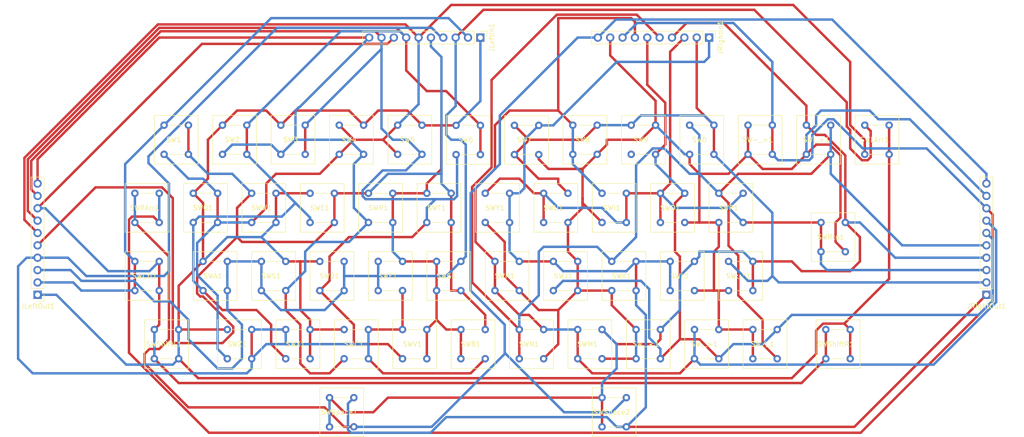
<source format=kicad_pcb>
(kicad_pcb (version 20171130) (host pcbnew "(5.1.6)-1")

  (general
    (thickness 1.6)
    (drawings 0)
    (tracks 663)
    (zones 0)
    (modules 54)
    (nets 22)
  )

  (page A4)
  (layers
    (0 F.Cu signal)
    (31 B.Cu signal)
    (32 B.Adhes user)
    (33 F.Adhes user)
    (34 B.Paste user)
    (35 F.Paste user)
    (36 B.SilkS user)
    (37 F.SilkS user)
    (38 B.Mask user)
    (39 F.Mask user)
    (40 Dwgs.User user)
    (41 Cmts.User user)
    (42 Eco1.User user)
    (43 Eco2.User user)
    (44 Edge.Cuts user)
    (45 Margin user)
    (46 B.CrtYd user)
    (47 F.CrtYd user)
    (48 B.Fab user)
    (49 F.Fab user)
  )

  (setup
    (last_trace_width 0.5)
    (user_trace_width 0.5)
    (trace_clearance 0.2)
    (zone_clearance 0.508)
    (zone_45_only no)
    (trace_min 0.2)
    (via_size 0.8)
    (via_drill 0.4)
    (via_min_size 0.4)
    (via_min_drill 0.3)
    (user_via 0.7 0.3)
    (uvia_size 0.3)
    (uvia_drill 0.1)
    (uvias_allowed no)
    (uvia_min_size 0.2)
    (uvia_min_drill 0.1)
    (edge_width 0.05)
    (segment_width 0.2)
    (pcb_text_width 0.3)
    (pcb_text_size 1.5 1.5)
    (mod_edge_width 0.12)
    (mod_text_size 1 1)
    (mod_text_width 0.15)
    (pad_size 1.524 1.524)
    (pad_drill 0.762)
    (pad_to_mask_clearance 0.05)
    (aux_axis_origin 0 0)
    (visible_elements 7FFFFFFF)
    (pcbplotparams
      (layerselection 0x010fc_ffffffff)
      (usegerberextensions false)
      (usegerberattributes true)
      (usegerberadvancedattributes true)
      (creategerberjobfile true)
      (excludeedgelayer true)
      (linewidth 0.100000)
      (plotframeref false)
      (viasonmask false)
      (mode 1)
      (useauxorigin false)
      (hpglpennumber 1)
      (hpglpenspeed 20)
      (hpglpendiameter 15.000000)
      (psnegative false)
      (psa4output false)
      (plotreference true)
      (plotvalue true)
      (plotinvisibletext false)
      (padsonsilk false)
      (subtractmaskfromsilk false)
      (outputformat 1)
      (mirror false)
      (drillshape 1)
      (scaleselection 1)
      (outputdirectory ""))
  )

  (net 0 "")
  (net 1 "Net-(SW9-Pad3)")
  (net 2 "Net-(JLeftIn1-Pad10)")
  (net 3 "Net-(JLeftIn1-Pad9)")
  (net 4 "Net-(JLeftIn1-Pad8)")
  (net 5 "Net-(JLeftIn1-Pad7)")
  (net 6 "Net-(JLeftIn1-Pad6)")
  (net 7 "Net-(JLeftIn1-Pad5)")
  (net 8 "Net-(JLeftIn1-Pad4)")
  (net 9 "Net-(JLeftIn1-Pad3)")
  (net 10 "Net-(JLeftIn1-Pad2)")
  (net 11 "Net-(JLeftIn1-Pad1)")
  (net 12 "Net-(JRightIn1-Pad10)")
  (net 13 "Net-(JRightIn1-Pad9)")
  (net 14 "Net-(JRightIn1-Pad8)")
  (net 15 "Net-(JRightIn1-Pad7)")
  (net 16 "Net-(JRightIn1-Pad6)")
  (net 17 "Net-(JRightIn1-Pad5)")
  (net 18 "Net-(JRightIn1-Pad4)")
  (net 19 "Net-(JRightIn1-Pad3)")
  (net 20 "Net-(JRightIn1-Pad2)")
  (net 21 "Net-(JRightIn1-Pad1)")

  (net_class Default "This is the default net class."
    (clearance 0.2)
    (trace_width 0.25)
    (via_dia 0.8)
    (via_drill 0.4)
    (uvia_dia 0.3)
    (uvia_drill 0.1)
    (add_net "Net-(JLeftIn1-Pad1)")
    (add_net "Net-(JLeftIn1-Pad10)")
    (add_net "Net-(JLeftIn1-Pad2)")
    (add_net "Net-(JLeftIn1-Pad3)")
    (add_net "Net-(JLeftIn1-Pad4)")
    (add_net "Net-(JLeftIn1-Pad5)")
    (add_net "Net-(JLeftIn1-Pad6)")
    (add_net "Net-(JLeftIn1-Pad7)")
    (add_net "Net-(JLeftIn1-Pad8)")
    (add_net "Net-(JLeftIn1-Pad9)")
    (add_net "Net-(JRightIn1-Pad1)")
    (add_net "Net-(JRightIn1-Pad10)")
    (add_net "Net-(JRightIn1-Pad2)")
    (add_net "Net-(JRightIn1-Pad3)")
    (add_net "Net-(JRightIn1-Pad4)")
    (add_net "Net-(JRightIn1-Pad5)")
    (add_net "Net-(JRightIn1-Pad6)")
    (add_net "Net-(JRightIn1-Pad7)")
    (add_net "Net-(JRightIn1-Pad8)")
    (add_net "Net-(JRightIn1-Pad9)")
    (add_net "Net-(SW9-Pad3)")
  )

  (module CreativisionKeyboard:pva1oah31.2nv2 (layer F.Cu) (tedit 604BFE04) (tstamp 604C9286)
    (at 150 102)
    (path /61346A71)
    (fp_text reference SWSpace2 (at 0 7) (layer F.SilkS)
      (effects (font (size 1 1) (thickness 0.15)))
    )
    (fp_text value Space (at 0 0) (layer F.Fab)
      (effects (font (size 1 1) (thickness 0.15)))
    )
    (fp_line (start -4 2) (end 5 2) (layer F.SilkS) (width 0.12))
    (fp_line (start 5 2) (end 5 12) (layer F.SilkS) (width 0.12))
    (fp_line (start 5 12) (end -4 12) (layer F.SilkS) (width 0.12))
    (fp_line (start -4 12) (end -4 2) (layer F.SilkS) (width 0.12))
    (fp_line (start -1 4) (end 2 4) (layer F.SilkS) (width 0.12))
    (fp_line (start -1 10) (end 2 10) (layer F.SilkS) (width 0.12))
    (pad 4 thru_hole circle (at 3 10 90) (size 1.524 1.524) (drill 0.762) (layers *.Cu *.Mask)
      (net 21 "Net-(JRightIn1-Pad1)"))
    (pad 3 thru_hole circle (at -2 10 90) (size 1.524 1.524) (drill 0.762) (layers *.Cu *.Mask)
      (net 18 "Net-(JRightIn1-Pad4)"))
    (pad 2 thru_hole circle (at 3 4 90) (size 1.524 1.524) (drill 0.762) (layers *.Cu *.Mask)
      (net 12 "Net-(JRightIn1-Pad10)"))
    (pad 1 thru_hole circle (at -2 4 90) (size 1.524 1.524) (drill 0.762) (layers *.Cu *.Mask)
      (net 18 "Net-(JRightIn1-Pad4)"))
  )

  (module CreativisionKeyboard:pva1oah31.2nv2 (layer F.Cu) (tedit 604BFE04) (tstamp 604C926B)
    (at 196 88)
    (path /613A12E6)
    (fp_text reference SWShiftR1 (at 0 7) (layer F.SilkS)
      (effects (font (size 1 1) (thickness 0.15)))
    )
    (fp_text value "Shift Righ" (at 0 0) (layer F.Fab)
      (effects (font (size 1 1) (thickness 0.15)))
    )
    (fp_line (start -4 2) (end 5 2) (layer F.SilkS) (width 0.12))
    (fp_line (start 5 2) (end 5 12) (layer F.SilkS) (width 0.12))
    (fp_line (start 5 12) (end -4 12) (layer F.SilkS) (width 0.12))
    (fp_line (start -4 12) (end -4 2) (layer F.SilkS) (width 0.12))
    (fp_line (start -1 4) (end 2 4) (layer F.SilkS) (width 0.12))
    (fp_line (start -1 10) (end 2 10) (layer F.SilkS) (width 0.12))
    (pad 4 thru_hole circle (at 3 10 90) (size 1.524 1.524) (drill 0.762) (layers *.Cu *.Mask)
      (net 11 "Net-(JLeftIn1-Pad1)"))
    (pad 3 thru_hole circle (at -2 10 90) (size 1.524 1.524) (drill 0.762) (layers *.Cu *.Mask)
      (net 4 "Net-(JLeftIn1-Pad8)"))
    (pad 2 thru_hole circle (at 3 4 90) (size 1.524 1.524) (drill 0.762) (layers *.Cu *.Mask)
      (net 11 "Net-(JLeftIn1-Pad1)"))
    (pad 1 thru_hole circle (at -2 4 90) (size 1.524 1.524) (drill 0.762) (layers *.Cu *.Mask)
      (net 4 "Net-(JLeftIn1-Pad8)"))
  )

  (module Connector_PinHeader_2.54mm:PinHeader_1x10_P2.54mm_Vertical (layer F.Cu) (tedit 59FED5CC) (tstamp 604C8FFA)
    (at 227 84.86 180)
    (descr "Through hole straight pin header, 1x10, 2.54mm pitch, single row")
    (tags "Through hole pin header THT 1x10 2.54mm single row")
    (path /6062DC4C)
    (fp_text reference JRightOut1 (at 0 -2.33) (layer F.SilkS)
      (effects (font (size 1 1) (thickness 0.15)))
    )
    (fp_text value Conn_01x10_Female (at 0 25.19) (layer F.Fab)
      (effects (font (size 1 1) (thickness 0.15)))
    )
    (fp_line (start 1.8 -1.8) (end -1.8 -1.8) (layer F.CrtYd) (width 0.05))
    (fp_line (start 1.8 24.65) (end 1.8 -1.8) (layer F.CrtYd) (width 0.05))
    (fp_line (start -1.8 24.65) (end 1.8 24.65) (layer F.CrtYd) (width 0.05))
    (fp_line (start -1.8 -1.8) (end -1.8 24.65) (layer F.CrtYd) (width 0.05))
    (fp_line (start -1.33 -1.33) (end 0 -1.33) (layer F.SilkS) (width 0.12))
    (fp_line (start -1.33 0) (end -1.33 -1.33) (layer F.SilkS) (width 0.12))
    (fp_line (start -1.33 1.27) (end 1.33 1.27) (layer F.SilkS) (width 0.12))
    (fp_line (start 1.33 1.27) (end 1.33 24.19) (layer F.SilkS) (width 0.12))
    (fp_line (start -1.33 1.27) (end -1.33 24.19) (layer F.SilkS) (width 0.12))
    (fp_line (start -1.33 24.19) (end 1.33 24.19) (layer F.SilkS) (width 0.12))
    (fp_line (start -1.27 -0.635) (end -0.635 -1.27) (layer F.Fab) (width 0.1))
    (fp_line (start -1.27 24.13) (end -1.27 -0.635) (layer F.Fab) (width 0.1))
    (fp_line (start 1.27 24.13) (end -1.27 24.13) (layer F.Fab) (width 0.1))
    (fp_line (start 1.27 -1.27) (end 1.27 24.13) (layer F.Fab) (width 0.1))
    (fp_line (start -0.635 -1.27) (end 1.27 -1.27) (layer F.Fab) (width 0.1))
    (fp_text user %R (at 0 11.43 90) (layer F.Fab)
      (effects (font (size 1 1) (thickness 0.15)))
    )
    (pad 1 thru_hole rect (at 0 0 180) (size 1.7 1.7) (drill 1) (layers *.Cu *.Mask)
      (net 21 "Net-(JRightIn1-Pad1)"))
    (pad 2 thru_hole oval (at 0 2.54 180) (size 1.7 1.7) (drill 1) (layers *.Cu *.Mask)
      (net 20 "Net-(JRightIn1-Pad2)"))
    (pad 3 thru_hole oval (at 0 5.08 180) (size 1.7 1.7) (drill 1) (layers *.Cu *.Mask)
      (net 19 "Net-(JRightIn1-Pad3)"))
    (pad 4 thru_hole oval (at 0 7.62 180) (size 1.7 1.7) (drill 1) (layers *.Cu *.Mask)
      (net 18 "Net-(JRightIn1-Pad4)"))
    (pad 5 thru_hole oval (at 0 10.16 180) (size 1.7 1.7) (drill 1) (layers *.Cu *.Mask)
      (net 17 "Net-(JRightIn1-Pad5)"))
    (pad 6 thru_hole oval (at 0 12.7 180) (size 1.7 1.7) (drill 1) (layers *.Cu *.Mask)
      (net 16 "Net-(JRightIn1-Pad6)"))
    (pad 7 thru_hole oval (at 0 15.24 180) (size 1.7 1.7) (drill 1) (layers *.Cu *.Mask)
      (net 15 "Net-(JRightIn1-Pad7)"))
    (pad 8 thru_hole oval (at 0 17.78 180) (size 1.7 1.7) (drill 1) (layers *.Cu *.Mask)
      (net 14 "Net-(JRightIn1-Pad8)"))
    (pad 9 thru_hole oval (at 0 20.32 180) (size 1.7 1.7) (drill 1) (layers *.Cu *.Mask)
      (net 13 "Net-(JRightIn1-Pad9)"))
    (pad 10 thru_hole oval (at 0 22.86 180) (size 1.7 1.7) (drill 1) (layers *.Cu *.Mask)
      (net 12 "Net-(JRightIn1-Pad10)"))
    (model ${KISYS3DMOD}/Connector_PinHeader_2.54mm.3dshapes/PinHeader_1x10_P2.54mm_Vertical.wrl
      (at (xyz 0 0 0))
      (scale (xyz 1 1 1))
      (rotate (xyz 0 0 0))
    )
  )

  (module Connector_PinHeader_2.54mm:PinHeader_1x10_P2.54mm_Vertical (layer F.Cu) (tedit 59FED5CC) (tstamp 604C8FBF)
    (at 32 84.86 180)
    (descr "Through hole straight pin header, 1x10, 2.54mm pitch, single row")
    (tags "Through hole pin header THT 1x10 2.54mm single row")
    (path /605E6B9F)
    (fp_text reference JLeftOut1 (at 0 -2.33) (layer F.SilkS)
      (effects (font (size 1 1) (thickness 0.15)))
    )
    (fp_text value Conn_01x10_Female (at 0 25.19) (layer F.Fab)
      (effects (font (size 1 1) (thickness 0.15)))
    )
    (fp_line (start 1.8 -1.8) (end -1.8 -1.8) (layer F.CrtYd) (width 0.05))
    (fp_line (start 1.8 24.65) (end 1.8 -1.8) (layer F.CrtYd) (width 0.05))
    (fp_line (start -1.8 24.65) (end 1.8 24.65) (layer F.CrtYd) (width 0.05))
    (fp_line (start -1.8 -1.8) (end -1.8 24.65) (layer F.CrtYd) (width 0.05))
    (fp_line (start -1.33 -1.33) (end 0 -1.33) (layer F.SilkS) (width 0.12))
    (fp_line (start -1.33 0) (end -1.33 -1.33) (layer F.SilkS) (width 0.12))
    (fp_line (start -1.33 1.27) (end 1.33 1.27) (layer F.SilkS) (width 0.12))
    (fp_line (start 1.33 1.27) (end 1.33 24.19) (layer F.SilkS) (width 0.12))
    (fp_line (start -1.33 1.27) (end -1.33 24.19) (layer F.SilkS) (width 0.12))
    (fp_line (start -1.33 24.19) (end 1.33 24.19) (layer F.SilkS) (width 0.12))
    (fp_line (start -1.27 -0.635) (end -0.635 -1.27) (layer F.Fab) (width 0.1))
    (fp_line (start -1.27 24.13) (end -1.27 -0.635) (layer F.Fab) (width 0.1))
    (fp_line (start 1.27 24.13) (end -1.27 24.13) (layer F.Fab) (width 0.1))
    (fp_line (start 1.27 -1.27) (end 1.27 24.13) (layer F.Fab) (width 0.1))
    (fp_line (start -0.635 -1.27) (end 1.27 -1.27) (layer F.Fab) (width 0.1))
    (fp_text user %R (at 0 11.43 90) (layer F.Fab)
      (effects (font (size 1 1) (thickness 0.15)))
    )
    (pad 1 thru_hole rect (at 0 0 180) (size 1.7 1.7) (drill 1) (layers *.Cu *.Mask)
      (net 11 "Net-(JLeftIn1-Pad1)"))
    (pad 2 thru_hole oval (at 0 2.54 180) (size 1.7 1.7) (drill 1) (layers *.Cu *.Mask)
      (net 10 "Net-(JLeftIn1-Pad2)"))
    (pad 3 thru_hole oval (at 0 5.08 180) (size 1.7 1.7) (drill 1) (layers *.Cu *.Mask)
      (net 9 "Net-(JLeftIn1-Pad3)"))
    (pad 4 thru_hole oval (at 0 7.62 180) (size 1.7 1.7) (drill 1) (layers *.Cu *.Mask)
      (net 8 "Net-(JLeftIn1-Pad4)"))
    (pad 5 thru_hole oval (at 0 10.16 180) (size 1.7 1.7) (drill 1) (layers *.Cu *.Mask)
      (net 7 "Net-(JLeftIn1-Pad5)"))
    (pad 6 thru_hole oval (at 0 12.7 180) (size 1.7 1.7) (drill 1) (layers *.Cu *.Mask)
      (net 6 "Net-(JLeftIn1-Pad6)"))
    (pad 7 thru_hole oval (at 0 15.24 180) (size 1.7 1.7) (drill 1) (layers *.Cu *.Mask)
      (net 5 "Net-(JLeftIn1-Pad7)"))
    (pad 8 thru_hole oval (at 0 17.78 180) (size 1.7 1.7) (drill 1) (layers *.Cu *.Mask)
      (net 4 "Net-(JLeftIn1-Pad8)"))
    (pad 9 thru_hole oval (at 0 20.32 180) (size 1.7 1.7) (drill 1) (layers *.Cu *.Mask)
      (net 3 "Net-(JLeftIn1-Pad9)"))
    (pad 10 thru_hole oval (at 0 22.86 180) (size 1.7 1.7) (drill 1) (layers *.Cu *.Mask)
      (net 2 "Net-(JLeftIn1-Pad10)"))
    (model ${KISYS3DMOD}/Connector_PinHeader_2.54mm.3dshapes/PinHeader_1x10_P2.54mm_Vertical.wrl
      (at (xyz 0 0 0))
      (scale (xyz 1 1 1))
      (rotate (xyz 0 0 0))
    )
  )

  (module CreativisionKeyboard:pva1oah31.2nv2 (layer F.Cu) (tedit 604BFE04) (tstamp 604C82F5)
    (at 73 88)
    (path /5FF569C7)
    (fp_text reference SWZ1 (at 0 7) (layer F.SilkS)
      (effects (font (size 1 1) (thickness 0.15)))
    )
    (fp_text value Z (at 0 0) (layer F.Fab)
      (effects (font (size 1 1) (thickness 0.15)))
    )
    (fp_line (start -1 10) (end 2 10) (layer F.SilkS) (width 0.12))
    (fp_line (start -1 4) (end 2 4) (layer F.SilkS) (width 0.12))
    (fp_line (start -4 12) (end -4 2) (layer F.SilkS) (width 0.12))
    (fp_line (start 5 12) (end -4 12) (layer F.SilkS) (width 0.12))
    (fp_line (start 5 2) (end 5 12) (layer F.SilkS) (width 0.12))
    (fp_line (start -4 2) (end 5 2) (layer F.SilkS) (width 0.12))
    (pad 4 thru_hole circle (at 3 10 90) (size 1.524 1.524) (drill 0.762) (layers *.Cu *.Mask)
      (net 8 "Net-(JLeftIn1-Pad4)"))
    (pad 3 thru_hole circle (at -2 10 90) (size 1.524 1.524) (drill 0.762) (layers *.Cu *.Mask)
      (net 6 "Net-(JLeftIn1-Pad6)"))
    (pad 2 thru_hole circle (at 3 4 90) (size 1.524 1.524) (drill 0.762) (layers *.Cu *.Mask)
      (net 8 "Net-(JLeftIn1-Pad4)"))
    (pad 1 thru_hole circle (at -2 4 90) (size 1.524 1.524) (drill 0.762) (layers *.Cu *.Mask)
      (net 11 "Net-(JLeftIn1-Pad1)"))
  )

  (module CreativisionKeyboard:pva1oah31.2nv2 (layer F.Cu) (tedit 604BFE04) (tstamp 604C82E7)
    (at 126 60)
    (path /5FF7B0C5)
    (fp_text reference SWY1 (at 0 7) (layer F.SilkS)
      (effects (font (size 1 1) (thickness 0.15)))
    )
    (fp_text value Y (at 0 0) (layer F.Fab)
      (effects (font (size 1 1) (thickness 0.15)))
    )
    (fp_line (start -1 10) (end 2 10) (layer F.SilkS) (width 0.12))
    (fp_line (start -1 4) (end 2 4) (layer F.SilkS) (width 0.12))
    (fp_line (start -4 12) (end -4 2) (layer F.SilkS) (width 0.12))
    (fp_line (start 5 12) (end -4 12) (layer F.SilkS) (width 0.12))
    (fp_line (start 5 2) (end 5 12) (layer F.SilkS) (width 0.12))
    (fp_line (start -4 2) (end 5 2) (layer F.SilkS) (width 0.12))
    (pad 4 thru_hole circle (at 3 10 90) (size 1.524 1.524) (drill 0.762) (layers *.Cu *.Mask)
      (net 21 "Net-(JRightIn1-Pad1)"))
    (pad 3 thru_hole circle (at -2 10 90) (size 1.524 1.524) (drill 0.762) (layers *.Cu *.Mask)
      (net 13 "Net-(JRightIn1-Pad9)"))
    (pad 2 thru_hole circle (at 3 4 90) (size 1.524 1.524) (drill 0.762) (layers *.Cu *.Mask)
      (net 21 "Net-(JRightIn1-Pad1)"))
    (pad 1 thru_hole circle (at -2 4 90) (size 1.524 1.524) (drill 0.762) (layers *.Cu *.Mask)
      (net 19 "Net-(JRightIn1-Pad3)"))
  )

  (module CreativisionKeyboard:pva1oah31.2nv2 (layer F.Cu) (tedit 604BFE04) (tstamp 604C82D9)
    (at 85 88)
    (path /5FF569D1)
    (fp_text reference SWX1 (at 0 7) (layer F.SilkS)
      (effects (font (size 1 1) (thickness 0.15)))
    )
    (fp_text value X (at 0 0) (layer F.Fab)
      (effects (font (size 1 1) (thickness 0.15)))
    )
    (fp_line (start -1 10) (end 2 10) (layer F.SilkS) (width 0.12))
    (fp_line (start -1 4) (end 2 4) (layer F.SilkS) (width 0.12))
    (fp_line (start -4 12) (end -4 2) (layer F.SilkS) (width 0.12))
    (fp_line (start 5 12) (end -4 12) (layer F.SilkS) (width 0.12))
    (fp_line (start 5 2) (end 5 12) (layer F.SilkS) (width 0.12))
    (fp_line (start -4 2) (end 5 2) (layer F.SilkS) (width 0.12))
    (pad 4 thru_hole circle (at 3 10 90) (size 1.524 1.524) (drill 0.762) (layers *.Cu *.Mask)
      (net 11 "Net-(JLeftIn1-Pad1)"))
    (pad 3 thru_hole circle (at -2 10 90) (size 1.524 1.524) (drill 0.762) (layers *.Cu *.Mask)
      (net 5 "Net-(JLeftIn1-Pad7)"))
    (pad 2 thru_hole circle (at 3 4 90) (size 1.524 1.524) (drill 0.762) (layers *.Cu *.Mask)
      (net 11 "Net-(JLeftIn1-Pad1)"))
    (pad 1 thru_hole circle (at -2 4 90) (size 1.524 1.524) (drill 0.762) (layers *.Cu *.Mask)
      (net 8 "Net-(JLeftIn1-Pad4)"))
  )

  (module CreativisionKeyboard:pva1oah31.2nv2 (layer F.Cu) (tedit 604BFE04) (tstamp 604C82CB)
    (at 78 60)
    (path /5FF4E6BD)
    (fp_text reference SWW1 (at 0 7) (layer F.SilkS)
      (effects (font (size 1 1) (thickness 0.15)))
    )
    (fp_text value W (at 0 0) (layer F.Fab)
      (effects (font (size 1 1) (thickness 0.15)))
    )
    (fp_line (start -1 10) (end 2 10) (layer F.SilkS) (width 0.12))
    (fp_line (start -1 4) (end 2 4) (layer F.SilkS) (width 0.12))
    (fp_line (start -4 12) (end -4 2) (layer F.SilkS) (width 0.12))
    (fp_line (start 5 12) (end -4 12) (layer F.SilkS) (width 0.12))
    (fp_line (start 5 2) (end 5 12) (layer F.SilkS) (width 0.12))
    (fp_line (start -4 2) (end 5 2) (layer F.SilkS) (width 0.12))
    (pad 4 thru_hole circle (at 3 10 90) (size 1.524 1.524) (drill 0.762) (layers *.Cu *.Mask)
      (net 11 "Net-(JLeftIn1-Pad1)"))
    (pad 3 thru_hole circle (at -2 10 90) (size 1.524 1.524) (drill 0.762) (layers *.Cu *.Mask)
      (net 6 "Net-(JLeftIn1-Pad6)"))
    (pad 2 thru_hole circle (at 3 4 90) (size 1.524 1.524) (drill 0.762) (layers *.Cu *.Mask)
      (net 11 "Net-(JLeftIn1-Pad1)"))
    (pad 1 thru_hole circle (at -2 4 90) (size 1.524 1.524) (drill 0.762) (layers *.Cu *.Mask)
      (net 7 "Net-(JLeftIn1-Pad5)"))
  )

  (module CreativisionKeyboard:pva1oah31.2nv2 (layer F.Cu) (tedit 604BFE04) (tstamp 604C82BD)
    (at 109 88)
    (path /5FF7B10B)
    (fp_text reference SWV1 (at 0 7) (layer F.SilkS)
      (effects (font (size 1 1) (thickness 0.15)))
    )
    (fp_text value V (at 0 0) (layer F.Fab)
      (effects (font (size 1 1) (thickness 0.15)))
    )
    (fp_line (start -1 10) (end 2 10) (layer F.SilkS) (width 0.12))
    (fp_line (start -1 4) (end 2 4) (layer F.SilkS) (width 0.12))
    (fp_line (start -4 12) (end -4 2) (layer F.SilkS) (width 0.12))
    (fp_line (start 5 12) (end -4 12) (layer F.SilkS) (width 0.12))
    (fp_line (start 5 2) (end 5 12) (layer F.SilkS) (width 0.12))
    (fp_line (start -4 2) (end 5 2) (layer F.SilkS) (width 0.12))
    (pad 4 thru_hole circle (at 3 10 90) (size 1.524 1.524) (drill 0.762) (layers *.Cu *.Mask)
      (net 11 "Net-(JLeftIn1-Pad1)"))
    (pad 3 thru_hole circle (at -2 10 90) (size 1.524 1.524) (drill 0.762) (layers *.Cu *.Mask)
      (net 3 "Net-(JLeftIn1-Pad9)"))
    (pad 2 thru_hole circle (at 3 4 90) (size 1.524 1.524) (drill 0.762) (layers *.Cu *.Mask)
      (net 11 "Net-(JLeftIn1-Pad1)"))
    (pad 1 thru_hole circle (at -2 4 90) (size 1.524 1.524) (drill 0.762) (layers *.Cu *.Mask)
      (net 8 "Net-(JLeftIn1-Pad4)"))
  )

  (module CreativisionKeyboard:pva1oah31.2nv2 (layer F.Cu) (tedit 604BFE04) (tstamp 604C82AF)
    (at 138 60)
    (path /5FF7B0CF)
    (fp_text reference SWU1 (at 0 7) (layer F.SilkS)
      (effects (font (size 1 1) (thickness 0.15)))
    )
    (fp_text value U (at 0 0) (layer F.Fab)
      (effects (font (size 1 1) (thickness 0.15)))
    )
    (fp_line (start -1 10) (end 2 10) (layer F.SilkS) (width 0.12))
    (fp_line (start -1 4) (end 2 4) (layer F.SilkS) (width 0.12))
    (fp_line (start -4 12) (end -4 2) (layer F.SilkS) (width 0.12))
    (fp_line (start 5 12) (end -4 12) (layer F.SilkS) (width 0.12))
    (fp_line (start 5 2) (end 5 12) (layer F.SilkS) (width 0.12))
    (fp_line (start -4 2) (end 5 2) (layer F.SilkS) (width 0.12))
    (pad 4 thru_hole circle (at 3 10 90) (size 1.524 1.524) (drill 0.762) (layers *.Cu *.Mask)
      (net 13 "Net-(JRightIn1-Pad9)"))
    (pad 3 thru_hole circle (at -2 10 90) (size 1.524 1.524) (drill 0.762) (layers *.Cu *.Mask)
      (net 19 "Net-(JRightIn1-Pad3)"))
    (pad 2 thru_hole circle (at 3 4 90) (size 1.524 1.524) (drill 0.762) (layers *.Cu *.Mask)
      (net 20 "Net-(JRightIn1-Pad2)"))
    (pad 1 thru_hole circle (at -2 4 90) (size 1.524 1.524) (drill 0.762) (layers *.Cu *.Mask)
      (net 19 "Net-(JRightIn1-Pad3)"))
  )

  (module CreativisionKeyboard:pva1oah31.2nv2 (layer F.Cu) (tedit 604BFE04) (tstamp 604C82A1)
    (at 114 60)
    (path /5FF7B0BB)
    (fp_text reference SWT1 (at 0 7) (layer F.SilkS)
      (effects (font (size 1 1) (thickness 0.15)))
    )
    (fp_text value T (at 0 0) (layer F.Fab)
      (effects (font (size 1 1) (thickness 0.15)))
    )
    (fp_line (start -1 10) (end 2 10) (layer F.SilkS) (width 0.12))
    (fp_line (start -1 4) (end 2 4) (layer F.SilkS) (width 0.12))
    (fp_line (start -4 12) (end -4 2) (layer F.SilkS) (width 0.12))
    (fp_line (start 5 12) (end -4 12) (layer F.SilkS) (width 0.12))
    (fp_line (start 5 2) (end 5 12) (layer F.SilkS) (width 0.12))
    (fp_line (start -4 2) (end 5 2) (layer F.SilkS) (width 0.12))
    (pad 4 thru_hole circle (at 3 10 90) (size 1.524 1.524) (drill 0.762) (layers *.Cu *.Mask)
      (net 7 "Net-(JLeftIn1-Pad5)"))
    (pad 3 thru_hole circle (at -2 10 90) (size 1.524 1.524) (drill 0.762) (layers *.Cu *.Mask)
      (net 3 "Net-(JLeftIn1-Pad9)"))
    (pad 2 thru_hole circle (at 3 4 90) (size 1.524 1.524) (drill 0.762) (layers *.Cu *.Mask)
      (net 7 "Net-(JLeftIn1-Pad5)"))
    (pad 1 thru_hole circle (at -2 4 90) (size 1.524 1.524) (drill 0.762) (layers *.Cu *.Mask)
      (net 11 "Net-(JLeftIn1-Pad1)"))
  )

  (module CreativisionKeyboard:pva1oah31.2nv2 (layer F.Cu) (tedit 604BFE04) (tstamp 604C8293)
    (at 94 102)
    (path /5FF97813)
    (fp_text reference SWSpace1 (at 0 7) (layer F.SilkS)
      (effects (font (size 1 1) (thickness 0.15)))
    )
    (fp_text value Space (at 0 0) (layer F.Fab)
      (effects (font (size 1 1) (thickness 0.15)))
    )
    (fp_line (start -1 10) (end 2 10) (layer F.SilkS) (width 0.12))
    (fp_line (start -1 4) (end 2 4) (layer F.SilkS) (width 0.12))
    (fp_line (start -4 12) (end -4 2) (layer F.SilkS) (width 0.12))
    (fp_line (start 5 12) (end -4 12) (layer F.SilkS) (width 0.12))
    (fp_line (start 5 2) (end 5 12) (layer F.SilkS) (width 0.12))
    (fp_line (start -4 2) (end 5 2) (layer F.SilkS) (width 0.12))
    (pad 4 thru_hole circle (at 3 10 90) (size 1.524 1.524) (drill 0.762) (layers *.Cu *.Mask)
      (net 12 "Net-(JRightIn1-Pad10)"))
    (pad 3 thru_hole circle (at -2 10 90) (size 1.524 1.524) (drill 0.762) (layers *.Cu *.Mask)
      (net 18 "Net-(JRightIn1-Pad4)"))
    (pad 2 thru_hole circle (at 3 4 90) (size 1.524 1.524) (drill 0.762) (layers *.Cu *.Mask)
      (net 21 "Net-(JRightIn1-Pad1)"))
    (pad 1 thru_hole circle (at -2 4 90) (size 1.524 1.524) (drill 0.762) (layers *.Cu *.Mask)
      (net 18 "Net-(JRightIn1-Pad4)"))
  )

  (module CreativisionKeyboard:pva1oah31.2nv2 (layer F.Cu) (tedit 604BFE04) (tstamp 604C8285)
    (at 58 88)
    (path /5FF569BD)
    (fp_text reference SWShiftL1 (at 0 7) (layer F.SilkS)
      (effects (font (size 1 1) (thickness 0.15)))
    )
    (fp_text value "Shift Left" (at 0 0) (layer F.Fab)
      (effects (font (size 1 1) (thickness 0.15)))
    )
    (fp_line (start -1 10) (end 2 10) (layer F.SilkS) (width 0.12))
    (fp_line (start -1 4) (end 2 4) (layer F.SilkS) (width 0.12))
    (fp_line (start -4 12) (end -4 2) (layer F.SilkS) (width 0.12))
    (fp_line (start 5 12) (end -4 12) (layer F.SilkS) (width 0.12))
    (fp_line (start 5 2) (end 5 12) (layer F.SilkS) (width 0.12))
    (fp_line (start -4 2) (end 5 2) (layer F.SilkS) (width 0.12))
    (pad 4 thru_hole circle (at 3 10 90) (size 1.524 1.524) (drill 0.762) (layers *.Cu *.Mask)
      (net 11 "Net-(JLeftIn1-Pad1)"))
    (pad 3 thru_hole circle (at -2 10 90) (size 1.524 1.524) (drill 0.762) (layers *.Cu *.Mask)
      (net 4 "Net-(JLeftIn1-Pad8)"))
    (pad 2 thru_hole circle (at 3 4 90) (size 1.524 1.524) (drill 0.762) (layers *.Cu *.Mask)
      (net 11 "Net-(JLeftIn1-Pad1)"))
    (pad 1 thru_hole circle (at -2 4 90) (size 1.524 1.524) (drill 0.762) (layers *.Cu *.Mask)
      (net 4 "Net-(JLeftIn1-Pad8)"))
  )

  (module CreativisionKeyboard:pva1oah31.2nv2 (layer F.Cu) (tedit 604BFE04) (tstamp 604C8277)
    (at 80 74)
    (path /5FF569A9)
    (fp_text reference SWS1 (at 0 7) (layer F.SilkS)
      (effects (font (size 1 1) (thickness 0.15)))
    )
    (fp_text value S (at 0 0) (layer F.Fab)
      (effects (font (size 1 1) (thickness 0.15)))
    )
    (fp_line (start -1 10) (end 2 10) (layer F.SilkS) (width 0.12))
    (fp_line (start -1 4) (end 2 4) (layer F.SilkS) (width 0.12))
    (fp_line (start -4 12) (end -4 2) (layer F.SilkS) (width 0.12))
    (fp_line (start 5 12) (end -4 12) (layer F.SilkS) (width 0.12))
    (fp_line (start 5 2) (end 5 12) (layer F.SilkS) (width 0.12))
    (fp_line (start -4 2) (end 5 2) (layer F.SilkS) (width 0.12))
    (pad 4 thru_hole circle (at 3 10 90) (size 1.524 1.524) (drill 0.762) (layers *.Cu *.Mask)
      (net 2 "Net-(JLeftIn1-Pad10)"))
    (pad 3 thru_hole circle (at -2 10 90) (size 1.524 1.524) (drill 0.762) (layers *.Cu *.Mask)
      (net 9 "Net-(JLeftIn1-Pad3)"))
    (pad 2 thru_hole circle (at 3 4 90) (size 1.524 1.524) (drill 0.762) (layers *.Cu *.Mask)
      (net 11 "Net-(JLeftIn1-Pad1)"))
    (pad 1 thru_hole circle (at -2 4 90) (size 1.524 1.524) (drill 0.762) (layers *.Cu *.Mask)
      (net 9 "Net-(JLeftIn1-Pad3)"))
  )

  (module CreativisionKeyboard:pva1oah31.2nv2 (layer F.Cu) (tedit 604BFE04) (tstamp 604C8269)
    (at 195 66)
    (path /5FF977B9)
    (fp_text reference SWRtn1 (at 0 7) (layer F.SilkS)
      (effects (font (size 1 1) (thickness 0.15)))
    )
    (fp_text value Return (at 0 0) (layer F.Fab)
      (effects (font (size 1 1) (thickness 0.15)))
    )
    (fp_line (start -1 10) (end 2 10) (layer F.SilkS) (width 0.12))
    (fp_line (start -1 4) (end 2 4) (layer F.SilkS) (width 0.12))
    (fp_line (start -4 12) (end -4 2) (layer F.SilkS) (width 0.12))
    (fp_line (start 5 12) (end -4 12) (layer F.SilkS) (width 0.12))
    (fp_line (start 5 2) (end 5 12) (layer F.SilkS) (width 0.12))
    (fp_line (start -4 2) (end 5 2) (layer F.SilkS) (width 0.12))
    (pad 4 thru_hole circle (at 3 10 90) (size 1.524 1.524) (drill 0.762) (layers *.Cu *.Mask)
      (net 13 "Net-(JRightIn1-Pad9)"))
    (pad 3 thru_hole circle (at -2 10 90) (size 1.524 1.524) (drill 0.762) (layers *.Cu *.Mask)
      (net 19 "Net-(JRightIn1-Pad3)"))
    (pad 2 thru_hole circle (at 3 4 90) (size 1.524 1.524) (drill 0.762) (layers *.Cu *.Mask)
      (net 18 "Net-(JRightIn1-Pad4)"))
    (pad 1 thru_hole circle (at -2 4 90) (size 1.524 1.524) (drill 0.762) (layers *.Cu *.Mask)
      (net 19 "Net-(JRightIn1-Pad3)"))
  )

  (module CreativisionKeyboard:pva1oah31.2nv2 (layer F.Cu) (tedit 604BFE04) (tstamp 604C825B)
    (at 54 60)
    (path /5FF977C3)
    (fp_text reference SWRArr1 (at 0 7) (layer F.SilkS)
      (effects (font (size 1 1) (thickness 0.15)))
    )
    (fp_text value -> (at 0 0) (layer F.Fab)
      (effects (font (size 1 1) (thickness 0.15)))
    )
    (fp_line (start -1 10) (end 2 10) (layer F.SilkS) (width 0.12))
    (fp_line (start -1 4) (end 2 4) (layer F.SilkS) (width 0.12))
    (fp_line (start -4 12) (end -4 2) (layer F.SilkS) (width 0.12))
    (fp_line (start 5 12) (end -4 12) (layer F.SilkS) (width 0.12))
    (fp_line (start 5 2) (end 5 12) (layer F.SilkS) (width 0.12))
    (fp_line (start -4 2) (end 5 2) (layer F.SilkS) (width 0.12))
    (pad 4 thru_hole circle (at 3 10 90) (size 1.524 1.524) (drill 0.762) (layers *.Cu *.Mask)
      (net 14 "Net-(JRightIn1-Pad8)"))
    (pad 3 thru_hole circle (at -2 10 90) (size 1.524 1.524) (drill 0.762) (layers *.Cu *.Mask)
      (net 12 "Net-(JRightIn1-Pad10)"))
    (pad 2 thru_hole circle (at 3 4 90) (size 1.524 1.524) (drill 0.762) (layers *.Cu *.Mask)
      (net 14 "Net-(JRightIn1-Pad8)"))
    (pad 1 thru_hole circle (at -2 4 90) (size 1.524 1.524) (drill 0.762) (layers *.Cu *.Mask)
      (net 12 "Net-(JRightIn1-Pad10)"))
  )

  (module CreativisionKeyboard:pva1oah31.2nv2 (layer F.Cu) (tedit 604BFE04) (tstamp 604C824D)
    (at 102 60)
    (path /5FF4E6D1)
    (fp_text reference SWR1 (at 0 7) (layer F.SilkS)
      (effects (font (size 1 1) (thickness 0.15)))
    )
    (fp_text value R (at 0 0) (layer F.Fab)
      (effects (font (size 1 1) (thickness 0.15)))
    )
    (fp_line (start -1 10) (end 2 10) (layer F.SilkS) (width 0.12))
    (fp_line (start -1 4) (end 2 4) (layer F.SilkS) (width 0.12))
    (fp_line (start -4 12) (end -4 2) (layer F.SilkS) (width 0.12))
    (fp_line (start 5 12) (end -4 12) (layer F.SilkS) (width 0.12))
    (fp_line (start 5 2) (end 5 12) (layer F.SilkS) (width 0.12))
    (fp_line (start -4 2) (end 5 2) (layer F.SilkS) (width 0.12))
    (pad 4 thru_hole circle (at 3 10 90) (size 1.524 1.524) (drill 0.762) (layers *.Cu *.Mask)
      (net 11 "Net-(JLeftIn1-Pad1)"))
    (pad 3 thru_hole circle (at -2 10 90) (size 1.524 1.524) (drill 0.762) (layers *.Cu *.Mask)
      (net 2 "Net-(JLeftIn1-Pad10)"))
    (pad 2 thru_hole circle (at 3 4 90) (size 1.524 1.524) (drill 0.762) (layers *.Cu *.Mask)
      (net 11 "Net-(JLeftIn1-Pad1)"))
    (pad 1 thru_hole circle (at -2 4 90) (size 1.524 1.524) (drill 0.762) (layers *.Cu *.Mask)
      (net 7 "Net-(JLeftIn1-Pad5)"))
  )

  (module CreativisionKeyboard:pva1oah31.2nv2 (layer F.Cu) (tedit 604BFE04) (tstamp 604C823F)
    (at 66 60)
    (path /5FF4E4CD)
    (fp_text reference SWQ1 (at 0 7) (layer F.SilkS)
      (effects (font (size 1 1) (thickness 0.15)))
    )
    (fp_text value Q (at 0 0) (layer F.Fab)
      (effects (font (size 1 1) (thickness 0.15)))
    )
    (fp_line (start -1 10) (end 2 10) (layer F.SilkS) (width 0.12))
    (fp_line (start -1 4) (end 2 4) (layer F.SilkS) (width 0.12))
    (fp_line (start -4 12) (end -4 2) (layer F.SilkS) (width 0.12))
    (fp_line (start 5 12) (end -4 12) (layer F.SilkS) (width 0.12))
    (fp_line (start 5 2) (end 5 12) (layer F.SilkS) (width 0.12))
    (fp_line (start -4 2) (end 5 2) (layer F.SilkS) (width 0.12))
    (pad 4 thru_hole circle (at 3 10 90) (size 1.524 1.524) (drill 0.762) (layers *.Cu *.Mask)
      (net 6 "Net-(JLeftIn1-Pad6)"))
    (pad 3 thru_hole circle (at -2 10 90) (size 1.524 1.524) (drill 0.762) (layers *.Cu *.Mask)
      (net 5 "Net-(JLeftIn1-Pad7)"))
    (pad 2 thru_hole circle (at 3 4 90) (size 1.524 1.524) (drill 0.762) (layers *.Cu *.Mask)
      (net 6 "Net-(JLeftIn1-Pad6)"))
    (pad 1 thru_hole circle (at -2 4 90) (size 1.524 1.524) (drill 0.762) (layers *.Cu *.Mask)
      (net 11 "Net-(JLeftIn1-Pad1)"))
  )

  (module CreativisionKeyboard:pva1oah31.2nv2 (layer F.Cu) (tedit 604BFE04) (tstamp 604C8231)
    (at 174 60)
    (path /5FF977AF)
    (fp_text reference SWP1 (at 0 7) (layer F.SilkS)
      (effects (font (size 1 1) (thickness 0.15)))
    )
    (fp_text value P (at 0 0) (layer F.Fab)
      (effects (font (size 1 1) (thickness 0.15)))
    )
    (fp_line (start -1 10) (end 2 10) (layer F.SilkS) (width 0.12))
    (fp_line (start -1 4) (end 2 4) (layer F.SilkS) (width 0.12))
    (fp_line (start -4 12) (end -4 2) (layer F.SilkS) (width 0.12))
    (fp_line (start 5 12) (end -4 12) (layer F.SilkS) (width 0.12))
    (fp_line (start 5 2) (end 5 12) (layer F.SilkS) (width 0.12))
    (fp_line (start -4 2) (end 5 2) (layer F.SilkS) (width 0.12))
    (pad 4 thru_hole circle (at 3 10 90) (size 1.524 1.524) (drill 0.762) (layers *.Cu *.Mask)
      (net 19 "Net-(JRightIn1-Pad3)"))
    (pad 3 thru_hole circle (at -2 10 90) (size 1.524 1.524) (drill 0.762) (layers *.Cu *.Mask)
      (net 13 "Net-(JRightIn1-Pad9)"))
    (pad 2 thru_hole circle (at 3 4 90) (size 1.524 1.524) (drill 0.762) (layers *.Cu *.Mask)
      (net 19 "Net-(JRightIn1-Pad3)"))
    (pad 1 thru_hole circle (at -2 4 90) (size 1.524 1.524) (drill 0.762) (layers *.Cu *.Mask)
      (net 17 "Net-(JRightIn1-Pad5)"))
  )

  (module CreativisionKeyboard:pva1oah31.2nv2 (layer F.Cu) (tedit 604BFE04) (tstamp 604C8223)
    (at 162 60)
    (path /5FF977A5)
    (fp_text reference SWO1 (at 0 7) (layer F.SilkS)
      (effects (font (size 1 1) (thickness 0.15)))
    )
    (fp_text value O (at 0 0) (layer F.Fab)
      (effects (font (size 1 1) (thickness 0.15)))
    )
    (fp_line (start -1 10) (end 2 10) (layer F.SilkS) (width 0.12))
    (fp_line (start -1 4) (end 2 4) (layer F.SilkS) (width 0.12))
    (fp_line (start -4 12) (end -4 2) (layer F.SilkS) (width 0.12))
    (fp_line (start 5 12) (end -4 12) (layer F.SilkS) (width 0.12))
    (fp_line (start 5 2) (end 5 12) (layer F.SilkS) (width 0.12))
    (fp_line (start -4 2) (end 5 2) (layer F.SilkS) (width 0.12))
    (pad 4 thru_hole circle (at 3 10 90) (size 1.524 1.524) (drill 0.762) (layers *.Cu *.Mask)
      (net 13 "Net-(JRightIn1-Pad9)"))
    (pad 3 thru_hole circle (at -2 10 90) (size 1.524 1.524) (drill 0.762) (layers *.Cu *.Mask)
      (net 19 "Net-(JRightIn1-Pad3)"))
    (pad 2 thru_hole circle (at 3 4 90) (size 1.524 1.524) (drill 0.762) (layers *.Cu *.Mask)
      (net 16 "Net-(JRightIn1-Pad6)"))
    (pad 1 thru_hole circle (at -2 4 90) (size 1.524 1.524) (drill 0.762) (layers *.Cu *.Mask)
      (net 19 "Net-(JRightIn1-Pad3)"))
  )

  (module CreativisionKeyboard:pva1oah31.2nv2 (layer F.Cu) (tedit 604BFE04) (tstamp 604C8215)
    (at 133 88)
    (path /5FF7B11F)
    (fp_text reference SWN1 (at 0 7) (layer F.SilkS)
      (effects (font (size 1 1) (thickness 0.15)))
    )
    (fp_text value N (at 0 0) (layer F.Fab)
      (effects (font (size 1 1) (thickness 0.15)))
    )
    (fp_line (start -1 10) (end 2 10) (layer F.SilkS) (width 0.12))
    (fp_line (start -1 4) (end 2 4) (layer F.SilkS) (width 0.12))
    (fp_line (start -4 12) (end -4 2) (layer F.SilkS) (width 0.12))
    (fp_line (start 5 12) (end -4 12) (layer F.SilkS) (width 0.12))
    (fp_line (start 5 2) (end 5 12) (layer F.SilkS) (width 0.12))
    (fp_line (start -4 2) (end 5 2) (layer F.SilkS) (width 0.12))
    (pad 4 thru_hole circle (at 3 10 90) (size 1.524 1.524) (drill 0.762) (layers *.Cu *.Mask)
      (net 13 "Net-(JRightIn1-Pad9)"))
    (pad 3 thru_hole circle (at -2 10 90) (size 1.524 1.524) (drill 0.762) (layers *.Cu *.Mask)
      (net 17 "Net-(JRightIn1-Pad5)"))
    (pad 2 thru_hole circle (at 3 4 90) (size 1.524 1.524) (drill 0.762) (layers *.Cu *.Mask)
      (net 15 "Net-(JRightIn1-Pad7)"))
    (pad 1 thru_hole circle (at -2 4 90) (size 1.524 1.524) (drill 0.762) (layers *.Cu *.Mask)
      (net 17 "Net-(JRightIn1-Pad5)"))
  )

  (module CreativisionKeyboard:pva1oah31.2nv2 (layer F.Cu) (tedit 604BFE04) (tstamp 604C8207)
    (at 145 88)
    (path /5FF7B129)
    (fp_text reference SWM1 (at 0 7) (layer F.SilkS)
      (effects (font (size 1 1) (thickness 0.15)))
    )
    (fp_text value M (at 0 0) (layer F.Fab)
      (effects (font (size 1 1) (thickness 0.15)))
    )
    (fp_line (start -1 10) (end 2 10) (layer F.SilkS) (width 0.12))
    (fp_line (start -1 4) (end 2 4) (layer F.SilkS) (width 0.12))
    (fp_line (start -4 12) (end -4 2) (layer F.SilkS) (width 0.12))
    (fp_line (start 5 12) (end -4 12) (layer F.SilkS) (width 0.12))
    (fp_line (start 5 2) (end 5 12) (layer F.SilkS) (width 0.12))
    (fp_line (start -4 2) (end 5 2) (layer F.SilkS) (width 0.12))
    (pad 4 thru_hole circle (at 3 10 90) (size 1.524 1.524) (drill 0.762) (layers *.Cu *.Mask)
      (net 13 "Net-(JRightIn1-Pad9)"))
    (pad 3 thru_hole circle (at -2 10 90) (size 1.524 1.524) (drill 0.762) (layers *.Cu *.Mask)
      (net 15 "Net-(JRightIn1-Pad7)"))
    (pad 2 thru_hole circle (at 3 4 90) (size 1.524 1.524) (drill 0.762) (layers *.Cu *.Mask)
      (net 18 "Net-(JRightIn1-Pad4)"))
    (pad 1 thru_hole circle (at -2 4 90) (size 1.524 1.524) (drill 0.762) (layers *.Cu *.Mask)
      (net 15 "Net-(JRightIn1-Pad7)"))
  )

  (module CreativisionKeyboard:pva1oah31.2nv2 (layer F.Cu) (tedit 604BFE04) (tstamp 604C81F9)
    (at 204 46)
    (path /5FF977EB)
    (fp_text reference SWLArr1 (at 0 7) (layer F.SilkS)
      (effects (font (size 1 1) (thickness 0.15)))
    )
    (fp_text value <- (at 0 0) (layer F.Fab)
      (effects (font (size 1 1) (thickness 0.15)))
    )
    (fp_line (start -1 10) (end 2 10) (layer F.SilkS) (width 0.12))
    (fp_line (start -1 4) (end 2 4) (layer F.SilkS) (width 0.12))
    (fp_line (start -4 12) (end -4 2) (layer F.SilkS) (width 0.12))
    (fp_line (start 5 12) (end -4 12) (layer F.SilkS) (width 0.12))
    (fp_line (start 5 2) (end 5 12) (layer F.SilkS) (width 0.12))
    (fp_line (start -4 2) (end 5 2) (layer F.SilkS) (width 0.12))
    (pad 4 thru_hole circle (at 3 10 90) (size 1.524 1.524) (drill 0.762) (layers *.Cu *.Mask)
      (net 11 "Net-(JLeftIn1-Pad1)"))
    (pad 3 thru_hole circle (at -2 10 90) (size 1.524 1.524) (drill 0.762) (layers *.Cu *.Mask)
      (net 6 "Net-(JLeftIn1-Pad6)"))
    (pad 2 thru_hole circle (at 3 4 90) (size 1.524 1.524) (drill 0.762) (layers *.Cu *.Mask)
      (net 11 "Net-(JLeftIn1-Pad1)"))
    (pad 1 thru_hole circle (at -2 4 90) (size 1.524 1.524) (drill 0.762) (layers *.Cu *.Mask)
      (net 9 "Net-(JLeftIn1-Pad3)"))
  )

  (module CreativisionKeyboard:pva1oah31.2nv2 (layer F.Cu) (tedit 604BFE04) (tstamp 604C81EB)
    (at 164 74)
    (path /5FF977D7)
    (fp_text reference SWL1 (at 0 7) (layer F.SilkS)
      (effects (font (size 1 1) (thickness 0.15)))
    )
    (fp_text value L (at 0 0) (layer F.Fab)
      (effects (font (size 1 1) (thickness 0.15)))
    )
    (fp_line (start -1 10) (end 2 10) (layer F.SilkS) (width 0.12))
    (fp_line (start -1 4) (end 2 4) (layer F.SilkS) (width 0.12))
    (fp_line (start -4 12) (end -4 2) (layer F.SilkS) (width 0.12))
    (fp_line (start 5 12) (end -4 12) (layer F.SilkS) (width 0.12))
    (fp_line (start 5 2) (end 5 12) (layer F.SilkS) (width 0.12))
    (fp_line (start -4 2) (end 5 2) (layer F.SilkS) (width 0.12))
    (pad 4 thru_hole circle (at 3 10 90) (size 1.524 1.524) (drill 0.762) (layers *.Cu *.Mask)
      (net 13 "Net-(JRightIn1-Pad9)"))
    (pad 3 thru_hole circle (at -2 10 90) (size 1.524 1.524) (drill 0.762) (layers *.Cu *.Mask)
      (net 21 "Net-(JRightIn1-Pad1)"))
    (pad 2 thru_hole circle (at 3 4 90) (size 1.524 1.524) (drill 0.762) (layers *.Cu *.Mask)
      (net 18 "Net-(JRightIn1-Pad4)"))
    (pad 1 thru_hole circle (at -2 4 90) (size 1.524 1.524) (drill 0.762) (layers *.Cu *.Mask)
      (net 21 "Net-(JRightIn1-Pad1)"))
  )

  (module CreativisionKeyboard:pva1oah31.2nv2 (layer F.Cu) (tedit 604BFE04) (tstamp 604C81DD)
    (at 152 74)
    (path /5FF977CD)
    (fp_text reference SWK1 (at 0 7) (layer F.SilkS)
      (effects (font (size 1 1) (thickness 0.15)))
    )
    (fp_text value K (at 0 0) (layer F.Fab)
      (effects (font (size 1 1) (thickness 0.15)))
    )
    (fp_line (start -1 10) (end 2 10) (layer F.SilkS) (width 0.12))
    (fp_line (start -1 4) (end 2 4) (layer F.SilkS) (width 0.12))
    (fp_line (start -4 12) (end -4 2) (layer F.SilkS) (width 0.12))
    (fp_line (start 5 12) (end -4 12) (layer F.SilkS) (width 0.12))
    (fp_line (start 5 2) (end 5 12) (layer F.SilkS) (width 0.12))
    (fp_line (start -4 2) (end 5 2) (layer F.SilkS) (width 0.12))
    (pad 4 thru_hole circle (at 3 10 90) (size 1.524 1.524) (drill 0.762) (layers *.Cu *.Mask)
      (net 21 "Net-(JRightIn1-Pad1)"))
    (pad 3 thru_hole circle (at -2 10 90) (size 1.524 1.524) (drill 0.762) (layers *.Cu *.Mask)
      (net 13 "Net-(JRightIn1-Pad9)"))
    (pad 2 thru_hole circle (at 3 4 90) (size 1.524 1.524) (drill 0.762) (layers *.Cu *.Mask)
      (net 21 "Net-(JRightIn1-Pad1)"))
    (pad 1 thru_hole circle (at -2 4 90) (size 1.524 1.524) (drill 0.762) (layers *.Cu *.Mask)
      (net 17 "Net-(JRightIn1-Pad5)"))
  )

  (module CreativisionKeyboard:pva1oah31.2nv2 (layer F.Cu) (tedit 604BFE04) (tstamp 604C81CF)
    (at 140 74)
    (path /5FF7B101)
    (fp_text reference SWJ1 (at 0 7) (layer F.SilkS)
      (effects (font (size 1 1) (thickness 0.15)))
    )
    (fp_text value J (at 0 0) (layer F.Fab)
      (effects (font (size 1 1) (thickness 0.15)))
    )
    (fp_line (start -1 10) (end 2 10) (layer F.SilkS) (width 0.12))
    (fp_line (start -1 4) (end 2 4) (layer F.SilkS) (width 0.12))
    (fp_line (start -4 12) (end -4 2) (layer F.SilkS) (width 0.12))
    (fp_line (start 5 12) (end -4 12) (layer F.SilkS) (width 0.12))
    (fp_line (start 5 2) (end 5 12) (layer F.SilkS) (width 0.12))
    (fp_line (start -4 2) (end 5 2) (layer F.SilkS) (width 0.12))
    (pad 4 thru_hole circle (at 3 10 90) (size 1.524 1.524) (drill 0.762) (layers *.Cu *.Mask)
      (net 13 "Net-(JRightIn1-Pad9)"))
    (pad 3 thru_hole circle (at -2 10 90) (size 1.524 1.524) (drill 0.762) (layers *.Cu *.Mask)
      (net 16 "Net-(JRightIn1-Pad6)"))
    (pad 2 thru_hole circle (at 3 4 90) (size 1.524 1.524) (drill 0.762) (layers *.Cu *.Mask)
      (net 13 "Net-(JRightIn1-Pad9)"))
    (pad 1 thru_hole circle (at -2 4 90) (size 1.524 1.524) (drill 0.762) (layers *.Cu *.Mask)
      (net 21 "Net-(JRightIn1-Pad1)"))
  )

  (module CreativisionKeyboard:pva1oah31.2nv2 (layer F.Cu) (tedit 604BFE04) (tstamp 604C81C1)
    (at 150 60)
    (path /5FF7B0D9)
    (fp_text reference SWI1 (at 0 7) (layer F.SilkS)
      (effects (font (size 1 1) (thickness 0.15)))
    )
    (fp_text value I (at 0 0) (layer F.Fab)
      (effects (font (size 1 1) (thickness 0.15)))
    )
    (fp_line (start -1 10) (end 2 10) (layer F.SilkS) (width 0.12))
    (fp_line (start -1 4) (end 2 4) (layer F.SilkS) (width 0.12))
    (fp_line (start -4 12) (end -4 2) (layer F.SilkS) (width 0.12))
    (fp_line (start 5 12) (end -4 12) (layer F.SilkS) (width 0.12))
    (fp_line (start 5 2) (end 5 12) (layer F.SilkS) (width 0.12))
    (fp_line (start -4 2) (end 5 2) (layer F.SilkS) (width 0.12))
    (pad 4 thru_hole circle (at 3 10 90) (size 1.524 1.524) (drill 0.762) (layers *.Cu *.Mask)
      (net 19 "Net-(JRightIn1-Pad3)"))
    (pad 3 thru_hole circle (at -2 10 90) (size 1.524 1.524) (drill 0.762) (layers *.Cu *.Mask)
      (net 13 "Net-(JRightIn1-Pad9)"))
    (pad 2 thru_hole circle (at 3 4 90) (size 1.524 1.524) (drill 0.762) (layers *.Cu *.Mask)
      (net 19 "Net-(JRightIn1-Pad3)"))
    (pad 1 thru_hole circle (at -2 4 90) (size 1.524 1.524) (drill 0.762) (layers *.Cu *.Mask)
      (net 15 "Net-(JRightIn1-Pad7)"))
  )

  (module CreativisionKeyboard:pva1oah31.2nv2 (layer F.Cu) (tedit 604BFE04) (tstamp 604C81B3)
    (at 128 74)
    (path /5FF7B0F7)
    (fp_text reference SWH1 (at 0 7) (layer F.SilkS)
      (effects (font (size 1 1) (thickness 0.15)))
    )
    (fp_text value H (at 0 0) (layer F.Fab)
      (effects (font (size 1 1) (thickness 0.15)))
    )
    (fp_line (start -1 10) (end 2 10) (layer F.SilkS) (width 0.12))
    (fp_line (start -1 4) (end 2 4) (layer F.SilkS) (width 0.12))
    (fp_line (start -4 12) (end -4 2) (layer F.SilkS) (width 0.12))
    (fp_line (start 5 12) (end -4 12) (layer F.SilkS) (width 0.12))
    (fp_line (start 5 2) (end 5 12) (layer F.SilkS) (width 0.12))
    (fp_line (start -4 2) (end 5 2) (layer F.SilkS) (width 0.12))
    (pad 4 thru_hole circle (at 3 10 90) (size 1.524 1.524) (drill 0.762) (layers *.Cu *.Mask)
      (net 13 "Net-(JRightIn1-Pad9)"))
    (pad 3 thru_hole circle (at -2 10 90) (size 1.524 1.524) (drill 0.762) (layers *.Cu *.Mask)
      (net 15 "Net-(JRightIn1-Pad7)"))
    (pad 2 thru_hole circle (at 3 4 90) (size 1.524 1.524) (drill 0.762) (layers *.Cu *.Mask)
      (net 21 "Net-(JRightIn1-Pad1)"))
    (pad 1 thru_hole circle (at -2 4 90) (size 1.524 1.524) (drill 0.762) (layers *.Cu *.Mask)
      (net 15 "Net-(JRightIn1-Pad7)"))
  )

  (module CreativisionKeyboard:pva1oah31.2nv2 (layer F.Cu) (tedit 604BFE04) (tstamp 604C81A5)
    (at 116 74)
    (path /5FF7B0ED)
    (fp_text reference SWG1 (at 0 7) (layer F.SilkS)
      (effects (font (size 1 1) (thickness 0.15)))
    )
    (fp_text value G (at 0 0) (layer F.Fab)
      (effects (font (size 1 1) (thickness 0.15)))
    )
    (fp_line (start -1 10) (end 2 10) (layer F.SilkS) (width 0.12))
    (fp_line (start -1 4) (end 2 4) (layer F.SilkS) (width 0.12))
    (fp_line (start -4 12) (end -4 2) (layer F.SilkS) (width 0.12))
    (fp_line (start 5 12) (end -4 12) (layer F.SilkS) (width 0.12))
    (fp_line (start 5 2) (end 5 12) (layer F.SilkS) (width 0.12))
    (fp_line (start -4 2) (end 5 2) (layer F.SilkS) (width 0.12))
    (pad 4 thru_hole circle (at 3 10 90) (size 1.524 1.524) (drill 0.762) (layers *.Cu *.Mask)
      (net 7 "Net-(JLeftIn1-Pad5)"))
    (pad 3 thru_hole circle (at -2 10 90) (size 1.524 1.524) (drill 0.762) (layers *.Cu *.Mask)
      (net 11 "Net-(JLeftIn1-Pad1)"))
    (pad 2 thru_hole circle (at 3 4 90) (size 1.524 1.524) (drill 0.762) (layers *.Cu *.Mask)
      (net 9 "Net-(JLeftIn1-Pad3)"))
    (pad 1 thru_hole circle (at -2 4 90) (size 1.524 1.524) (drill 0.762) (layers *.Cu *.Mask)
      (net 11 "Net-(JLeftIn1-Pad1)"))
  )

  (module CreativisionKeyboard:pva1oah31.2nv2 (layer F.Cu) (tedit 604BFE04) (tstamp 604C8197)
    (at 104 74)
    (path /5FF7B0E3)
    (fp_text reference SWF1 (at 0 7) (layer F.SilkS)
      (effects (font (size 1 1) (thickness 0.15)))
    )
    (fp_text value F (at 0 0) (layer F.Fab)
      (effects (font (size 1 1) (thickness 0.15)))
    )
    (fp_line (start -1 10) (end 2 10) (layer F.SilkS) (width 0.12))
    (fp_line (start -1 4) (end 2 4) (layer F.SilkS) (width 0.12))
    (fp_line (start -4 12) (end -4 2) (layer F.SilkS) (width 0.12))
    (fp_line (start 5 12) (end -4 12) (layer F.SilkS) (width 0.12))
    (fp_line (start 5 2) (end 5 12) (layer F.SilkS) (width 0.12))
    (fp_line (start -4 2) (end 5 2) (layer F.SilkS) (width 0.12))
    (pad 4 thru_hole circle (at 3 10 90) (size 1.524 1.524) (drill 0.762) (layers *.Cu *.Mask)
      (net 8 "Net-(JLeftIn1-Pad4)"))
    (pad 3 thru_hole circle (at -2 10 90) (size 1.524 1.524) (drill 0.762) (layers *.Cu *.Mask)
      (net 9 "Net-(JLeftIn1-Pad3)"))
    (pad 2 thru_hole circle (at 3 4 90) (size 1.524 1.524) (drill 0.762) (layers *.Cu *.Mask)
      (net 11 "Net-(JLeftIn1-Pad1)"))
    (pad 1 thru_hole circle (at -2 4 90) (size 1.524 1.524) (drill 0.762) (layers *.Cu *.Mask)
      (net 9 "Net-(JLeftIn1-Pad3)"))
  )

  (module CreativisionKeyboard:pva1oah31.2nv2 (layer F.Cu) (tedit 604BFE04) (tstamp 604C8189)
    (at 90 60)
    (path /5FF4E6C7)
    (fp_text reference SWE1 (at 0 7) (layer F.SilkS)
      (effects (font (size 1 1) (thickness 0.15)))
    )
    (fp_text value E (at 0 0) (layer F.Fab)
      (effects (font (size 1 1) (thickness 0.15)))
    )
    (fp_line (start -1 10) (end 2 10) (layer F.SilkS) (width 0.12))
    (fp_line (start -1 4) (end 2 4) (layer F.SilkS) (width 0.12))
    (fp_line (start -4 12) (end -4 2) (layer F.SilkS) (width 0.12))
    (fp_line (start 5 12) (end -4 12) (layer F.SilkS) (width 0.12))
    (fp_line (start 5 2) (end 5 12) (layer F.SilkS) (width 0.12))
    (fp_line (start -4 2) (end 5 2) (layer F.SilkS) (width 0.12))
    (pad 4 thru_hole circle (at 3 10 90) (size 1.524 1.524) (drill 0.762) (layers *.Cu *.Mask)
      (net 7 "Net-(JLeftIn1-Pad5)"))
    (pad 3 thru_hole circle (at -2 10 90) (size 1.524 1.524) (drill 0.762) (layers *.Cu *.Mask)
      (net 5 "Net-(JLeftIn1-Pad7)"))
    (pad 2 thru_hole circle (at 3 4 90) (size 1.524 1.524) (drill 0.762) (layers *.Cu *.Mask)
      (net 7 "Net-(JLeftIn1-Pad5)"))
    (pad 1 thru_hole circle (at -2 4 90) (size 1.524 1.524) (drill 0.762) (layers *.Cu *.Mask)
      (net 11 "Net-(JLeftIn1-Pad1)"))
  )

  (module CreativisionKeyboard:pva1oah31.2nv2 (layer F.Cu) (tedit 604BFE04) (tstamp 604C817B)
    (at 92 74)
    (path /5FF569B3)
    (fp_text reference SWD1 (at 0 7) (layer F.SilkS)
      (effects (font (size 1 1) (thickness 0.15)))
    )
    (fp_text value D (at 0 0) (layer F.Fab)
      (effects (font (size 1 1) (thickness 0.15)))
    )
    (fp_line (start -1 10) (end 2 10) (layer F.SilkS) (width 0.12))
    (fp_line (start -1 4) (end 2 4) (layer F.SilkS) (width 0.12))
    (fp_line (start -4 12) (end -4 2) (layer F.SilkS) (width 0.12))
    (fp_line (start 5 12) (end -4 12) (layer F.SilkS) (width 0.12))
    (fp_line (start 5 2) (end 5 12) (layer F.SilkS) (width 0.12))
    (fp_line (start -4 2) (end 5 2) (layer F.SilkS) (width 0.12))
    (pad 4 thru_hole circle (at 3 10 90) (size 1.524 1.524) (drill 0.762) (layers *.Cu *.Mask)
      (net 9 "Net-(JLeftIn1-Pad3)"))
    (pad 3 thru_hole circle (at -2 10 90) (size 1.524 1.524) (drill 0.762) (layers *.Cu *.Mask)
      (net 3 "Net-(JLeftIn1-Pad9)"))
    (pad 2 thru_hole circle (at 3 4 90) (size 1.524 1.524) (drill 0.762) (layers *.Cu *.Mask)
      (net 9 "Net-(JLeftIn1-Pad3)"))
    (pad 1 thru_hole circle (at -2 4 90) (size 1.524 1.524) (drill 0.762) (layers *.Cu *.Mask)
      (net 11 "Net-(JLeftIn1-Pad1)"))
  )

  (module CreativisionKeyboard:pva1oah31.2nv2 (layer F.Cu) (tedit 604BFE04) (tstamp 604C816D)
    (at 54 74)
    (path /5FF56707)
    (fp_text reference SWCtl1 (at 0 7) (layer F.SilkS)
      (effects (font (size 1 1) (thickness 0.15)))
    )
    (fp_text value Ctrl (at 0 0) (layer F.Fab)
      (effects (font (size 1 1) (thickness 0.15)))
    )
    (fp_line (start -1 10) (end 2 10) (layer F.SilkS) (width 0.12))
    (fp_line (start -1 4) (end 2 4) (layer F.SilkS) (width 0.12))
    (fp_line (start -4 12) (end -4 2) (layer F.SilkS) (width 0.12))
    (fp_line (start 5 12) (end -4 12) (layer F.SilkS) (width 0.12))
    (fp_line (start 5 2) (end 5 12) (layer F.SilkS) (width 0.12))
    (fp_line (start -4 2) (end 5 2) (layer F.SilkS) (width 0.12))
    (pad 4 thru_hole circle (at 3 10 90) (size 1.524 1.524) (drill 0.762) (layers *.Cu *.Mask)
      (net 4 "Net-(JLeftIn1-Pad8)"))
    (pad 3 thru_hole circle (at -2 10 90) (size 1.524 1.524) (drill 0.762) (layers *.Cu *.Mask)
      (net 10 "Net-(JLeftIn1-Pad2)"))
    (pad 2 thru_hole circle (at 3 4 90) (size 1.524 1.524) (drill 0.762) (layers *.Cu *.Mask)
      (net 4 "Net-(JLeftIn1-Pad8)"))
    (pad 1 thru_hole circle (at -2 4 90) (size 1.524 1.524) (drill 0.762) (layers *.Cu *.Mask)
      (net 10 "Net-(JLeftIn1-Pad2)"))
  )

  (module CreativisionKeyboard:pva1oah31.2nv2 (layer F.Cu) (tedit 604BFE04) (tstamp 604C815F)
    (at 97 88)
    (path /5FF569DB)
    (fp_text reference SWC1 (at 0 7) (layer F.SilkS)
      (effects (font (size 1 1) (thickness 0.15)))
    )
    (fp_text value C (at 0 0) (layer F.Fab)
      (effects (font (size 1 1) (thickness 0.15)))
    )
    (fp_line (start -1 10) (end 2 10) (layer F.SilkS) (width 0.12))
    (fp_line (start -1 4) (end 2 4) (layer F.SilkS) (width 0.12))
    (fp_line (start -4 12) (end -4 2) (layer F.SilkS) (width 0.12))
    (fp_line (start 5 12) (end -4 12) (layer F.SilkS) (width 0.12))
    (fp_line (start 5 2) (end 5 12) (layer F.SilkS) (width 0.12))
    (fp_line (start -4 2) (end 5 2) (layer F.SilkS) (width 0.12))
    (pad 4 thru_hole circle (at 3 10 90) (size 1.524 1.524) (drill 0.762) (layers *.Cu *.Mask)
      (net 8 "Net-(JLeftIn1-Pad4)"))
    (pad 3 thru_hole circle (at -2 10 90) (size 1.524 1.524) (drill 0.762) (layers *.Cu *.Mask)
      (net 2 "Net-(JLeftIn1-Pad10)"))
    (pad 2 thru_hole circle (at 3 4 90) (size 1.524 1.524) (drill 0.762) (layers *.Cu *.Mask)
      (net 8 "Net-(JLeftIn1-Pad4)"))
    (pad 1 thru_hole circle (at -2 4 90) (size 1.524 1.524) (drill 0.762) (layers *.Cu *.Mask)
      (net 11 "Net-(JLeftIn1-Pad1)"))
  )

  (module CreativisionKeyboard:pva1oah31.2nv2 (layer F.Cu) (tedit 604BFE04) (tstamp 604C8151)
    (at 121 88)
    (path /5FF7B115)
    (fp_text reference SWB1 (at 0 7) (layer F.SilkS)
      (effects (font (size 1 1) (thickness 0.15)))
    )
    (fp_text value B (at 0 0) (layer F.Fab)
      (effects (font (size 1 1) (thickness 0.15)))
    )
    (fp_line (start -1 10) (end 2 10) (layer F.SilkS) (width 0.12))
    (fp_line (start -1 4) (end 2 4) (layer F.SilkS) (width 0.12))
    (fp_line (start -4 12) (end -4 2) (layer F.SilkS) (width 0.12))
    (fp_line (start 5 12) (end -4 12) (layer F.SilkS) (width 0.12))
    (fp_line (start 5 2) (end 5 12) (layer F.SilkS) (width 0.12))
    (fp_line (start -4 2) (end 5 2) (layer F.SilkS) (width 0.12))
    (pad 4 thru_hole circle (at 3 10 90) (size 1.524 1.524) (drill 0.762) (layers *.Cu *.Mask)
      (net 8 "Net-(JLeftIn1-Pad4)"))
    (pad 3 thru_hole circle (at -2 10 90) (size 1.524 1.524) (drill 0.762) (layers *.Cu *.Mask)
      (net 11 "Net-(JLeftIn1-Pad1)"))
    (pad 2 thru_hole circle (at 3 4 90) (size 1.524 1.524) (drill 0.762) (layers *.Cu *.Mask)
      (net 7 "Net-(JLeftIn1-Pad5)"))
    (pad 1 thru_hole circle (at -2 4 90) (size 1.524 1.524) (drill 0.762) (layers *.Cu *.Mask)
      (net 11 "Net-(JLeftIn1-Pad1)"))
  )

  (module CreativisionKeyboard:pva1oah31.2nv2 (layer F.Cu) (tedit 604BFE04) (tstamp 604C8143)
    (at 68 74)
    (path /5FF5699F)
    (fp_text reference SWA1 (at 0 7) (layer F.SilkS)
      (effects (font (size 1 1) (thickness 0.15)))
    )
    (fp_text value A (at 0 0) (layer F.Fab)
      (effects (font (size 1 1) (thickness 0.15)))
    )
    (fp_line (start -1 10) (end 2 10) (layer F.SilkS) (width 0.12))
    (fp_line (start -1 4) (end 2 4) (layer F.SilkS) (width 0.12))
    (fp_line (start -4 12) (end -4 2) (layer F.SilkS) (width 0.12))
    (fp_line (start 5 12) (end -4 12) (layer F.SilkS) (width 0.12))
    (fp_line (start 5 2) (end 5 12) (layer F.SilkS) (width 0.12))
    (fp_line (start -4 2) (end 5 2) (layer F.SilkS) (width 0.12))
    (pad 4 thru_hole circle (at 3 10 90) (size 1.524 1.524) (drill 0.762) (layers *.Cu *.Mask)
      (net 9 "Net-(JLeftIn1-Pad3)"))
    (pad 3 thru_hole circle (at -2 10 90) (size 1.524 1.524) (drill 0.762) (layers *.Cu *.Mask)
      (net 5 "Net-(JLeftIn1-Pad7)"))
    (pad 2 thru_hole circle (at 3 4 90) (size 1.524 1.524) (drill 0.762) (layers *.Cu *.Mask)
      (net 9 "Net-(JLeftIn1-Pad3)"))
    (pad 1 thru_hole circle (at -2 4 90) (size 1.524 1.524) (drill 0.762) (layers *.Cu *.Mask)
      (net 11 "Net-(JLeftIn1-Pad1)"))
  )

  (module CreativisionKeyboard:pva1oah31.2nv2 (layer F.Cu) (tedit 604BFE04) (tstamp 604C8135)
    (at 192 46)
    (path /5FF977E1)
    (fp_text reference SW;_+1 (at 0 7) (layer F.SilkS)
      (effects (font (size 1 1) (thickness 0.15)))
    )
    (fp_text value "SemiColon Plus" (at 0 0) (layer F.Fab)
      (effects (font (size 1 1) (thickness 0.15)))
    )
    (fp_line (start -1 10) (end 2 10) (layer F.SilkS) (width 0.12))
    (fp_line (start -1 4) (end 2 4) (layer F.SilkS) (width 0.12))
    (fp_line (start -4 12) (end -4 2) (layer F.SilkS) (width 0.12))
    (fp_line (start 5 12) (end -4 12) (layer F.SilkS) (width 0.12))
    (fp_line (start 5 2) (end 5 12) (layer F.SilkS) (width 0.12))
    (fp_line (start -4 2) (end 5 2) (layer F.SilkS) (width 0.12))
    (pad 4 thru_hole circle (at 3 10 90) (size 1.524 1.524) (drill 0.762) (layers *.Cu *.Mask)
      (net 17 "Net-(JRightIn1-Pad5)"))
    (pad 3 thru_hole circle (at -2 10 90) (size 1.524 1.524) (drill 0.762) (layers *.Cu *.Mask)
      (net 13 "Net-(JRightIn1-Pad9)"))
    (pad 2 thru_hole circle (at 3 4 90) (size 1.524 1.524) (drill 0.762) (layers *.Cu *.Mask)
      (net 17 "Net-(JRightIn1-Pad5)"))
    (pad 1 thru_hole circle (at -2 4 90) (size 1.524 1.524) (drill 0.762) (layers *.Cu *.Mask)
      (net 18 "Net-(JRightIn1-Pad4)"))
  )

  (module CreativisionKeyboard:pva1oah31.2nv2 (layer F.Cu) (tedit 604BFE04) (tstamp 604C8127)
    (at 176 74)
    (path /5FF97791)
    (fp_text reference SW:_*1 (at 0 7) (layer F.SilkS)
      (effects (font (size 1 1) (thickness 0.15)))
    )
    (fp_text value "Colon Star" (at 0 0) (layer F.Fab)
      (effects (font (size 1 1) (thickness 0.15)))
    )
    (fp_line (start -1 10) (end 2 10) (layer F.SilkS) (width 0.12))
    (fp_line (start -1 4) (end 2 4) (layer F.SilkS) (width 0.12))
    (fp_line (start -4 12) (end -4 2) (layer F.SilkS) (width 0.12))
    (fp_line (start 5 12) (end -4 12) (layer F.SilkS) (width 0.12))
    (fp_line (start 5 2) (end 5 12) (layer F.SilkS) (width 0.12))
    (fp_line (start -4 2) (end 5 2) (layer F.SilkS) (width 0.12))
    (pad 4 thru_hole circle (at 3 10 90) (size 1.524 1.524) (drill 0.762) (layers *.Cu *.Mask)
      (net 18 "Net-(JRightIn1-Pad4)"))
    (pad 3 thru_hole circle (at -2 10 90) (size 1.524 1.524) (drill 0.762) (layers *.Cu *.Mask)
      (net 13 "Net-(JRightIn1-Pad9)"))
    (pad 2 thru_hole circle (at 3 4 90) (size 1.524 1.524) (drill 0.762) (layers *.Cu *.Mask)
      (net 18 "Net-(JRightIn1-Pad4)"))
    (pad 1 thru_hole circle (at -2 4 90) (size 1.524 1.524) (drill 0.762) (layers *.Cu *.Mask)
      (net 20 "Net-(JRightIn1-Pad2)"))
  )

  (module CreativisionKeyboard:pva1oah31.2nv2 (layer F.Cu) (tedit 604BFE04) (tstamp 604C8119)
    (at 181 88)
    (path /5FF97809)
    (fp_text reference SW/_1 (at 0 7) (layer F.SilkS)
      (effects (font (size 1 1) (thickness 0.15)))
    )
    (fp_text value "Slash QMark" (at 0 0) (layer F.Fab)
      (effects (font (size 1 1) (thickness 0.15)))
    )
    (fp_line (start -1 10) (end 2 10) (layer F.SilkS) (width 0.12))
    (fp_line (start -1 4) (end 2 4) (layer F.SilkS) (width 0.12))
    (fp_line (start -4 12) (end -4 2) (layer F.SilkS) (width 0.12))
    (fp_line (start 5 12) (end -4 12) (layer F.SilkS) (width 0.12))
    (fp_line (start 5 2) (end 5 12) (layer F.SilkS) (width 0.12))
    (fp_line (start -4 2) (end 5 2) (layer F.SilkS) (width 0.12))
    (pad 4 thru_hole circle (at 3 10 90) (size 1.524 1.524) (drill 0.762) (layers *.Cu *.Mask)
      (net 17 "Net-(JRightIn1-Pad5)"))
    (pad 3 thru_hole circle (at -2 10 90) (size 1.524 1.524) (drill 0.762) (layers *.Cu *.Mask)
      (net 13 "Net-(JRightIn1-Pad9)"))
    (pad 2 thru_hole circle (at 3 4 90) (size 1.524 1.524) (drill 0.762) (layers *.Cu *.Mask)
      (net 16 "Net-(JRightIn1-Pad6)"))
    (pad 1 thru_hole circle (at -2 4 90) (size 1.524 1.524) (drill 0.762) (layers *.Cu *.Mask)
      (net 13 "Net-(JRightIn1-Pad9)"))
  )

  (module CreativisionKeyboard:pva1oah31.2nv2 (layer F.Cu) (tedit 604BFE04) (tstamp 604C810B)
    (at 180 46)
    (path /5FF9779B)
    (fp_text reference SW-_=1 (at 0 7) (layer F.SilkS)
      (effects (font (size 1 1) (thickness 0.15)))
    )
    (fp_text value "Minus Equals" (at 0 0) (layer F.Fab)
      (effects (font (size 1 1) (thickness 0.15)))
    )
    (fp_line (start -1 10) (end 2 10) (layer F.SilkS) (width 0.12))
    (fp_line (start -1 4) (end 2 4) (layer F.SilkS) (width 0.12))
    (fp_line (start -4 12) (end -4 2) (layer F.SilkS) (width 0.12))
    (fp_line (start 5 12) (end -4 12) (layer F.SilkS) (width 0.12))
    (fp_line (start 5 2) (end 5 12) (layer F.SilkS) (width 0.12))
    (fp_line (start -4 2) (end 5 2) (layer F.SilkS) (width 0.12))
    (pad 4 thru_hole circle (at 3 10 90) (size 1.524 1.524) (drill 0.762) (layers *.Cu *.Mask)
      (net 14 "Net-(JRightIn1-Pad8)"))
    (pad 3 thru_hole circle (at -2 10 90) (size 1.524 1.524) (drill 0.762) (layers *.Cu *.Mask)
      (net 13 "Net-(JRightIn1-Pad9)"))
    (pad 2 thru_hole circle (at 3 4 90) (size 1.524 1.524) (drill 0.762) (layers *.Cu *.Mask)
      (net 14 "Net-(JRightIn1-Pad8)"))
    (pad 1 thru_hole circle (at -2 4 90) (size 1.524 1.524) (drill 0.762) (layers *.Cu *.Mask)
      (net 13 "Net-(JRightIn1-Pad9)"))
  )

  (module CreativisionKeyboard:pva1oah31.2nv2 (layer F.Cu) (tedit 604BFE04) (tstamp 604C80FD)
    (at 156 46)
    (path /5FF970FF)
    (fp_text reference SW9 (at 0 7) (layer F.SilkS)
      (effects (font (size 1 1) (thickness 0.15)))
    )
    (fp_text value 9 (at 0 0) (layer F.Fab)
      (effects (font (size 1 1) (thickness 0.15)))
    )
    (fp_line (start -1 10) (end 2 10) (layer F.SilkS) (width 0.12))
    (fp_line (start -1 4) (end 2 4) (layer F.SilkS) (width 0.12))
    (fp_line (start -4 12) (end -4 2) (layer F.SilkS) (width 0.12))
    (fp_line (start 5 12) (end -4 12) (layer F.SilkS) (width 0.12))
    (fp_line (start 5 2) (end 5 12) (layer F.SilkS) (width 0.12))
    (fp_line (start -4 2) (end 5 2) (layer F.SilkS) (width 0.12))
    (pad 4 thru_hole circle (at 3 10 90) (size 1.524 1.524) (drill 0.762) (layers *.Cu *.Mask)
      (net 16 "Net-(JRightIn1-Pad6)"))
    (pad 3 thru_hole circle (at -2 10 90) (size 1.524 1.524) (drill 0.762) (layers *.Cu *.Mask)
      (net 1 "Net-(SW9-Pad3)"))
    (pad 2 thru_hole circle (at 3 4 90) (size 1.524 1.524) (drill 0.762) (layers *.Cu *.Mask)
      (net 13 "Net-(JRightIn1-Pad9)"))
    (pad 1 thru_hole circle (at -2 4 90) (size 1.524 1.524) (drill 0.762) (layers *.Cu *.Mask)
      (net 20 "Net-(JRightIn1-Pad2)"))
  )

  (module CreativisionKeyboard:pva1oah31.2nv2 (layer F.Cu) (tedit 604BFE04) (tstamp 604C80EF)
    (at 144 46)
    (path /5FF7B0B1)
    (fp_text reference SW8 (at 0 7) (layer F.SilkS)
      (effects (font (size 1 1) (thickness 0.15)))
    )
    (fp_text value 8 (at 0 0) (layer F.Fab)
      (effects (font (size 1 1) (thickness 0.15)))
    )
    (fp_line (start -1 10) (end 2 10) (layer F.SilkS) (width 0.12))
    (fp_line (start -1 4) (end 2 4) (layer F.SilkS) (width 0.12))
    (fp_line (start -4 12) (end -4 2) (layer F.SilkS) (width 0.12))
    (fp_line (start 5 12) (end -4 12) (layer F.SilkS) (width 0.12))
    (fp_line (start 5 2) (end 5 12) (layer F.SilkS) (width 0.12))
    (fp_line (start -4 2) (end 5 2) (layer F.SilkS) (width 0.12))
    (pad 4 thru_hole circle (at 3 10 90) (size 1.524 1.524) (drill 0.762) (layers *.Cu *.Mask)
      (net 13 "Net-(JRightIn1-Pad9)"))
    (pad 3 thru_hole circle (at -2 10 90) (size 1.524 1.524) (drill 0.762) (layers *.Cu *.Mask)
      (net 15 "Net-(JRightIn1-Pad7)"))
    (pad 2 thru_hole circle (at 3 4 90) (size 1.524 1.524) (drill 0.762) (layers *.Cu *.Mask)
      (net 20 "Net-(JRightIn1-Pad2)"))
    (pad 1 thru_hole circle (at -2 4 90) (size 1.524 1.524) (drill 0.762) (layers *.Cu *.Mask)
      (net 15 "Net-(JRightIn1-Pad7)"))
  )

  (module CreativisionKeyboard:pva1oah31.2nv2 (layer F.Cu) (tedit 604BFE04) (tstamp 604C80E1)
    (at 132 46.044999)
    (path /5FF7B0A7)
    (fp_text reference SW7 (at 0 7) (layer F.SilkS)
      (effects (font (size 1 1) (thickness 0.15)))
    )
    (fp_text value 7 (at 0 0) (layer F.Fab)
      (effects (font (size 1 1) (thickness 0.15)))
    )
    (fp_line (start -1 10) (end 2 10) (layer F.SilkS) (width 0.12))
    (fp_line (start -1 4) (end 2 4) (layer F.SilkS) (width 0.12))
    (fp_line (start -4 12) (end -4 2) (layer F.SilkS) (width 0.12))
    (fp_line (start 5 12) (end -4 12) (layer F.SilkS) (width 0.12))
    (fp_line (start 5 2) (end 5 12) (layer F.SilkS) (width 0.12))
    (fp_line (start -4 2) (end 5 2) (layer F.SilkS) (width 0.12))
    (pad 4 thru_hole circle (at 3 10 90) (size 1.524 1.524) (drill 0.762) (layers *.Cu *.Mask)
      (net 13 "Net-(JRightIn1-Pad9)"))
    (pad 3 thru_hole circle (at -2 10 90) (size 1.524 1.524) (drill 0.762) (layers *.Cu *.Mask)
      (net 20 "Net-(JRightIn1-Pad2)"))
    (pad 2 thru_hole circle (at 3 4 90) (size 1.524 1.524) (drill 0.762) (layers *.Cu *.Mask)
      (net 21 "Net-(JRightIn1-Pad1)"))
    (pad 1 thru_hole circle (at -2 4 90) (size 1.524 1.524) (drill 0.762) (layers *.Cu *.Mask)
      (net 20 "Net-(JRightIn1-Pad2)"))
  )

  (module CreativisionKeyboard:pva1oah31.2nv2 (layer F.Cu) (tedit 604BFE04) (tstamp 604C80D3)
    (at 120.005 46.044999)
    (path /5FF7B09D)
    (fp_text reference SW6 (at 0 7) (layer F.SilkS)
      (effects (font (size 1 1) (thickness 0.15)))
    )
    (fp_text value 6 (at 0 0) (layer F.Fab)
      (effects (font (size 1 1) (thickness 0.15)))
    )
    (fp_line (start -1 10) (end 2 10) (layer F.SilkS) (width 0.12))
    (fp_line (start -1 4) (end 2 4) (layer F.SilkS) (width 0.12))
    (fp_line (start -4 12) (end -4 2) (layer F.SilkS) (width 0.12))
    (fp_line (start 5 12) (end -4 12) (layer F.SilkS) (width 0.12))
    (fp_line (start 5 2) (end 5 12) (layer F.SilkS) (width 0.12))
    (fp_line (start -4 2) (end 5 2) (layer F.SilkS) (width 0.12))
    (pad 4 thru_hole circle (at 3 10 90) (size 1.524 1.524) (drill 0.762) (layers *.Cu *.Mask)
      (net 5 "Net-(JLeftIn1-Pad7)"))
    (pad 3 thru_hole circle (at -2 10 90) (size 1.524 1.524) (drill 0.762) (layers *.Cu *.Mask)
      (net 3 "Net-(JLeftIn1-Pad9)"))
    (pad 2 thru_hole circle (at 3 4 90) (size 1.524 1.524) (drill 0.762) (layers *.Cu *.Mask)
      (net 5 "Net-(JLeftIn1-Pad7)"))
    (pad 1 thru_hole circle (at -2 4 90) (size 1.524 1.524) (drill 0.762) (layers *.Cu *.Mask)
      (net 11 "Net-(JLeftIn1-Pad1)"))
  )

  (module CreativisionKeyboard:pva1oah31.2nv2 (layer F.Cu) (tedit 604BFE04) (tstamp 604C80C5)
    (at 108 46)
    (path /5FF7ACB5)
    (fp_text reference SW5 (at 0 7) (layer F.SilkS)
      (effects (font (size 1 1) (thickness 0.15)))
    )
    (fp_text value 5 (at 0 0) (layer F.Fab)
      (effects (font (size 1 1) (thickness 0.15)))
    )
    (fp_line (start -1 10) (end 2 10) (layer F.SilkS) (width 0.12))
    (fp_line (start -1 4) (end 2 4) (layer F.SilkS) (width 0.12))
    (fp_line (start -4 12) (end -4 2) (layer F.SilkS) (width 0.12))
    (fp_line (start 5 12) (end -4 12) (layer F.SilkS) (width 0.12))
    (fp_line (start 5 2) (end 5 12) (layer F.SilkS) (width 0.12))
    (fp_line (start -4 2) (end 5 2) (layer F.SilkS) (width 0.12))
    (pad 4 thru_hole circle (at 3 10 90) (size 1.524 1.524) (drill 0.762) (layers *.Cu *.Mask)
      (net 3 "Net-(JLeftIn1-Pad9)"))
    (pad 3 thru_hole circle (at -2 10 90) (size 1.524 1.524) (drill 0.762) (layers *.Cu *.Mask)
      (net 6 "Net-(JLeftIn1-Pad6)"))
    (pad 2 thru_hole circle (at 3 4 90) (size 1.524 1.524) (drill 0.762) (layers *.Cu *.Mask)
      (net 11 "Net-(JLeftIn1-Pad1)"))
    (pad 1 thru_hole circle (at -2 4 90) (size 1.524 1.524) (drill 0.762) (layers *.Cu *.Mask)
      (net 6 "Net-(JLeftIn1-Pad6)"))
  )

  (module CreativisionKeyboard:pva1oah31.2nv2 (layer F.Cu) (tedit 604BFE04) (tstamp 604C80B7)
    (at 96 46)
    (path /5FF48B5B)
    (fp_text reference SW4 (at 0 7) (layer F.SilkS)
      (effects (font (size 1 1) (thickness 0.15)))
    )
    (fp_text value 4 (at 0 0) (layer F.Fab)
      (effects (font (size 1 1) (thickness 0.15)))
    )
    (fp_line (start -1 10) (end 2 10) (layer F.SilkS) (width 0.12))
    (fp_line (start -1 4) (end 2 4) (layer F.SilkS) (width 0.12))
    (fp_line (start -4 12) (end -4 2) (layer F.SilkS) (width 0.12))
    (fp_line (start 5 12) (end -4 12) (layer F.SilkS) (width 0.12))
    (fp_line (start 5 2) (end 5 12) (layer F.SilkS) (width 0.12))
    (fp_line (start -4 2) (end 5 2) (layer F.SilkS) (width 0.12))
    (pad 4 thru_hole circle (at 3 10 90) (size 1.524 1.524) (drill 0.762) (layers *.Cu *.Mask)
      (net 2 "Net-(JLeftIn1-Pad10)"))
    (pad 3 thru_hole circle (at -2 10 90) (size 1.524 1.524) (drill 0.762) (layers *.Cu *.Mask)
      (net 6 "Net-(JLeftIn1-Pad6)"))
    (pad 2 thru_hole circle (at 3 4 90) (size 1.524 1.524) (drill 0.762) (layers *.Cu *.Mask)
      (net 11 "Net-(JLeftIn1-Pad1)"))
    (pad 1 thru_hole circle (at -2 4 90) (size 1.524 1.524) (drill 0.762) (layers *.Cu *.Mask)
      (net 6 "Net-(JLeftIn1-Pad6)"))
  )

  (module CreativisionKeyboard:pva1oah31.2nv2 (layer F.Cu) (tedit 604BFE04) (tstamp 604C80A9)
    (at 84 46)
    (path /5FF48CF7)
    (fp_text reference SW3 (at 0 7) (layer F.SilkS)
      (effects (font (size 1 1) (thickness 0.15)))
    )
    (fp_text value 3 (at 0 0) (layer F.Fab)
      (effects (font (size 1 1) (thickness 0.15)))
    )
    (fp_line (start -1 10) (end 2 10) (layer F.SilkS) (width 0.12))
    (fp_line (start -1 4) (end 2 4) (layer F.SilkS) (width 0.12))
    (fp_line (start -4 12) (end -4 2) (layer F.SilkS) (width 0.12))
    (fp_line (start 5 12) (end -4 12) (layer F.SilkS) (width 0.12))
    (fp_line (start 5 2) (end 5 12) (layer F.SilkS) (width 0.12))
    (fp_line (start -4 2) (end 5 2) (layer F.SilkS) (width 0.12))
    (pad 4 thru_hole circle (at 3 10 90) (size 1.524 1.524) (drill 0.762) (layers *.Cu *.Mask)
      (net 3 "Net-(JLeftIn1-Pad9)"))
    (pad 3 thru_hole circle (at -2 10 90) (size 1.524 1.524) (drill 0.762) (layers *.Cu *.Mask)
      (net 2 "Net-(JLeftIn1-Pad10)"))
    (pad 2 thru_hole circle (at 3 4 90) (size 1.524 1.524) (drill 0.762) (layers *.Cu *.Mask)
      (net 3 "Net-(JLeftIn1-Pad9)"))
    (pad 1 thru_hole circle (at -2 4 90) (size 1.524 1.524) (drill 0.762) (layers *.Cu *.Mask)
      (net 11 "Net-(JLeftIn1-Pad1)"))
  )

  (module CreativisionKeyboard:pva1oah31.2nv2 (layer F.Cu) (tedit 604BFE04) (tstamp 604C809B)
    (at 72.005 46)
    (path /5FF46DDA)
    (fp_text reference SW2 (at 0 7) (layer F.SilkS)
      (effects (font (size 1 1) (thickness 0.15)))
    )
    (fp_text value 2 (at 0 0) (layer F.Fab)
      (effects (font (size 1 1) (thickness 0.15)))
    )
    (fp_line (start -1 10) (end 2 10) (layer F.SilkS) (width 0.12))
    (fp_line (start -1 4) (end 2 4) (layer F.SilkS) (width 0.12))
    (fp_line (start -4 12) (end -4 2) (layer F.SilkS) (width 0.12))
    (fp_line (start 5 12) (end -4 12) (layer F.SilkS) (width 0.12))
    (fp_line (start 5 2) (end 5 12) (layer F.SilkS) (width 0.12))
    (fp_line (start -4 2) (end 5 2) (layer F.SilkS) (width 0.12))
    (pad 4 thru_hole circle (at 3 10 90) (size 1.524 1.524) (drill 0.762) (layers *.Cu *.Mask)
      (net 5 "Net-(JLeftIn1-Pad7)"))
    (pad 3 thru_hole circle (at -2 10 90) (size 1.524 1.524) (drill 0.762) (layers *.Cu *.Mask)
      (net 2 "Net-(JLeftIn1-Pad10)"))
    (pad 2 thru_hole circle (at 3 4 90) (size 1.524 1.524) (drill 0.762) (layers *.Cu *.Mask)
      (net 5 "Net-(JLeftIn1-Pad7)"))
    (pad 1 thru_hole circle (at -2 4 90) (size 1.524 1.524) (drill 0.762) (layers *.Cu *.Mask)
      (net 11 "Net-(JLeftIn1-Pad1)"))
  )

  (module CreativisionKeyboard:pva1oah31.2nv2 (layer F.Cu) (tedit 604BFE04) (tstamp 604C808D)
    (at 60 46)
    (path /5FF40029)
    (fp_text reference SW1 (at 0 7) (layer F.SilkS)
      (effects (font (size 1 1) (thickness 0.15)))
    )
    (fp_text value 1 (at 0 0) (layer F.Fab)
      (effects (font (size 1 1) (thickness 0.15)))
    )
    (fp_line (start -1 10) (end 2 10) (layer F.SilkS) (width 0.12))
    (fp_line (start -1 4) (end 2 4) (layer F.SilkS) (width 0.12))
    (fp_line (start -4 12) (end -4 2) (layer F.SilkS) (width 0.12))
    (fp_line (start 5 12) (end -4 12) (layer F.SilkS) (width 0.12))
    (fp_line (start 5 2) (end 5 12) (layer F.SilkS) (width 0.12))
    (fp_line (start -4 2) (end 5 2) (layer F.SilkS) (width 0.12))
    (pad 4 thru_hole circle (at 3 10 90) (size 1.524 1.524) (drill 0.762) (layers *.Cu *.Mask)
      (net 7 "Net-(JLeftIn1-Pad5)"))
    (pad 3 thru_hole circle (at -2 10 90) (size 1.524 1.524) (drill 0.762) (layers *.Cu *.Mask)
      (net 6 "Net-(JLeftIn1-Pad6)"))
    (pad 2 thru_hole circle (at 3 4 90) (size 1.524 1.524) (drill 0.762) (layers *.Cu *.Mask)
      (net 7 "Net-(JLeftIn1-Pad5)"))
    (pad 1 thru_hole circle (at -2 4 90) (size 1.524 1.524) (drill 0.762) (layers *.Cu *.Mask)
      (net 10 "Net-(JLeftIn1-Pad2)"))
  )

  (module CreativisionKeyboard:pva1oah31.2nv2 (layer F.Cu) (tedit 604BFE04) (tstamp 604C807F)
    (at 168 46)
    (path /5FF97787)
    (fp_text reference SW0 (at 0 7) (layer F.SilkS)
      (effects (font (size 1 1) (thickness 0.15)))
    )
    (fp_text value 0 (at 0 0) (layer F.Fab)
      (effects (font (size 1 1) (thickness 0.15)))
    )
    (fp_line (start -1 10) (end 2 10) (layer F.SilkS) (width 0.12))
    (fp_line (start -1 4) (end 2 4) (layer F.SilkS) (width 0.12))
    (fp_line (start -4 12) (end -4 2) (layer F.SilkS) (width 0.12))
    (fp_line (start 5 12) (end -4 12) (layer F.SilkS) (width 0.12))
    (fp_line (start 5 2) (end 5 12) (layer F.SilkS) (width 0.12))
    (fp_line (start -4 2) (end 5 2) (layer F.SilkS) (width 0.12))
    (pad 4 thru_hole circle (at 3 10 90) (size 1.524 1.524) (drill 0.762) (layers *.Cu *.Mask)
      (net 20 "Net-(JRightIn1-Pad2)"))
    (pad 3 thru_hole circle (at -2 10 90) (size 1.524 1.524) (drill 0.762) (layers *.Cu *.Mask)
      (net 13 "Net-(JRightIn1-Pad9)"))
    (pad 2 thru_hole circle (at 3 4 90) (size 1.524 1.524) (drill 0.762) (layers *.Cu *.Mask)
      (net 20 "Net-(JRightIn1-Pad2)"))
    (pad 1 thru_hole circle (at -2 4 90) (size 1.524 1.524) (drill 0.762) (layers *.Cu *.Mask)
      (net 17 "Net-(JRightIn1-Pad5)"))
  )

  (module CreativisionKeyboard:pva1oah31.2nv2 (layer F.Cu) (tedit 604BFE04) (tstamp 604C8071)
    (at 169 88)
    (path /5FF977F5)
    (fp_text reference SW._>1 (at 0 7) (layer F.SilkS)
      (effects (font (size 1 1) (thickness 0.15)))
    )
    (fp_text value "Period GT" (at 0 0) (layer F.Fab)
      (effects (font (size 1 1) (thickness 0.15)))
    )
    (fp_line (start -1 10) (end 2 10) (layer F.SilkS) (width 0.12))
    (fp_line (start -1 4) (end 2 4) (layer F.SilkS) (width 0.12))
    (fp_line (start -4 12) (end -4 2) (layer F.SilkS) (width 0.12))
    (fp_line (start 5 12) (end -4 12) (layer F.SilkS) (width 0.12))
    (fp_line (start 5 2) (end 5 12) (layer F.SilkS) (width 0.12))
    (fp_line (start -4 2) (end 5 2) (layer F.SilkS) (width 0.12))
    (pad 4 thru_hole circle (at 3 10 90) (size 1.524 1.524) (drill 0.762) (layers *.Cu *.Mask)
      (net 16 "Net-(JRightIn1-Pad6)"))
    (pad 3 thru_hole circle (at -2 10 90) (size 1.524 1.524) (drill 0.762) (layers *.Cu *.Mask)
      (net 15 "Net-(JRightIn1-Pad7)"))
    (pad 2 thru_hole circle (at 3 4 90) (size 1.524 1.524) (drill 0.762) (layers *.Cu *.Mask)
      (net 13 "Net-(JRightIn1-Pad9)"))
    (pad 1 thru_hole circle (at -2 4 90) (size 1.524 1.524) (drill 0.762) (layers *.Cu *.Mask)
      (net 15 "Net-(JRightIn1-Pad7)"))
  )

  (module CreativisionKeyboard:pva1oah31.2nv2 (layer F.Cu) (tedit 604BFE04) (tstamp 604C8063)
    (at 157 88)
    (path /5FF977FF)
    (fp_text reference SW,_<1 (at 0 7) (layer F.SilkS)
      (effects (font (size 1 1) (thickness 0.15)))
    )
    (fp_text value "Comma LT" (at 0 0) (layer F.Fab)
      (effects (font (size 1 1) (thickness 0.15)))
    )
    (fp_line (start -1 10) (end 2 10) (layer F.SilkS) (width 0.12))
    (fp_line (start -1 4) (end 2 4) (layer F.SilkS) (width 0.12))
    (fp_line (start -4 12) (end -4 2) (layer F.SilkS) (width 0.12))
    (fp_line (start 5 12) (end -4 12) (layer F.SilkS) (width 0.12))
    (fp_line (start 5 2) (end 5 12) (layer F.SilkS) (width 0.12))
    (fp_line (start -4 2) (end 5 2) (layer F.SilkS) (width 0.12))
    (pad 4 thru_hole circle (at 3 10 90) (size 1.524 1.524) (drill 0.762) (layers *.Cu *.Mask)
      (net 16 "Net-(JRightIn1-Pad6)"))
    (pad 3 thru_hole circle (at -2 10 90) (size 1.524 1.524) (drill 0.762) (layers *.Cu *.Mask)
      (net 13 "Net-(JRightIn1-Pad9)"))
    (pad 2 thru_hole circle (at 3 4 90) (size 1.524 1.524) (drill 0.762) (layers *.Cu *.Mask)
      (net 18 "Net-(JRightIn1-Pad4)"))
    (pad 1 thru_hole circle (at -2 4 90) (size 1.524 1.524) (drill 0.762) (layers *.Cu *.Mask)
      (net 13 "Net-(JRightIn1-Pad9)"))
  )

  (module Connector_PinHeader_2.54mm:PinHeader_1x10_P2.54mm_Vertical (layer F.Cu) (tedit 59FED5CC) (tstamp 604C8055)
    (at 170 32 270)
    (descr "Through hole straight pin header, 1x10, 2.54mm pitch, single row")
    (tags "Through hole pin header THT 1x10 2.54mm single row")
    (path /5FF42353)
    (fp_text reference JRightIn1 (at 0 -2.33 90) (layer F.SilkS)
      (effects (font (size 1 1) (thickness 0.15)))
    )
    (fp_text value Conn_01x10_Female (at 0 25.19 90) (layer F.Fab)
      (effects (font (size 1 1) (thickness 0.15)))
    )
    (fp_line (start 1.8 -1.8) (end -1.8 -1.8) (layer F.CrtYd) (width 0.05))
    (fp_line (start 1.8 24.65) (end 1.8 -1.8) (layer F.CrtYd) (width 0.05))
    (fp_line (start -1.8 24.65) (end 1.8 24.65) (layer F.CrtYd) (width 0.05))
    (fp_line (start -1.8 -1.8) (end -1.8 24.65) (layer F.CrtYd) (width 0.05))
    (fp_line (start -1.33 -1.33) (end 0 -1.33) (layer F.SilkS) (width 0.12))
    (fp_line (start -1.33 0) (end -1.33 -1.33) (layer F.SilkS) (width 0.12))
    (fp_line (start -1.33 1.27) (end 1.33 1.27) (layer F.SilkS) (width 0.12))
    (fp_line (start 1.33 1.27) (end 1.33 24.19) (layer F.SilkS) (width 0.12))
    (fp_line (start -1.33 1.27) (end -1.33 24.19) (layer F.SilkS) (width 0.12))
    (fp_line (start -1.33 24.19) (end 1.33 24.19) (layer F.SilkS) (width 0.12))
    (fp_line (start -1.27 -0.635) (end -0.635 -1.27) (layer F.Fab) (width 0.1))
    (fp_line (start -1.27 24.13) (end -1.27 -0.635) (layer F.Fab) (width 0.1))
    (fp_line (start 1.27 24.13) (end -1.27 24.13) (layer F.Fab) (width 0.1))
    (fp_line (start 1.27 -1.27) (end 1.27 24.13) (layer F.Fab) (width 0.1))
    (fp_line (start -0.635 -1.27) (end 1.27 -1.27) (layer F.Fab) (width 0.1))
    (fp_text user %R (at 0 11.43) (layer F.Fab)
      (effects (font (size 1 1) (thickness 0.15)))
    )
    (pad 10 thru_hole oval (at 0 22.86 270) (size 1.7 1.7) (drill 1) (layers *.Cu *.Mask)
      (net 12 "Net-(JRightIn1-Pad10)"))
    (pad 9 thru_hole oval (at 0 20.32 270) (size 1.7 1.7) (drill 1) (layers *.Cu *.Mask)
      (net 13 "Net-(JRightIn1-Pad9)"))
    (pad 8 thru_hole oval (at 0 17.78 270) (size 1.7 1.7) (drill 1) (layers *.Cu *.Mask)
      (net 14 "Net-(JRightIn1-Pad8)"))
    (pad 7 thru_hole oval (at 0 15.24 270) (size 1.7 1.7) (drill 1) (layers *.Cu *.Mask)
      (net 15 "Net-(JRightIn1-Pad7)"))
    (pad 6 thru_hole oval (at 0 12.7 270) (size 1.7 1.7) (drill 1) (layers *.Cu *.Mask)
      (net 16 "Net-(JRightIn1-Pad6)"))
    (pad 5 thru_hole oval (at 0 10.16 270) (size 1.7 1.7) (drill 1) (layers *.Cu *.Mask)
      (net 17 "Net-(JRightIn1-Pad5)"))
    (pad 4 thru_hole oval (at 0 7.62 270) (size 1.7 1.7) (drill 1) (layers *.Cu *.Mask)
      (net 18 "Net-(JRightIn1-Pad4)"))
    (pad 3 thru_hole oval (at 0 5.08 270) (size 1.7 1.7) (drill 1) (layers *.Cu *.Mask)
      (net 19 "Net-(JRightIn1-Pad3)"))
    (pad 2 thru_hole oval (at 0 2.54 270) (size 1.7 1.7) (drill 1) (layers *.Cu *.Mask)
      (net 20 "Net-(JRightIn1-Pad2)"))
    (pad 1 thru_hole rect (at 0 0 270) (size 1.7 1.7) (drill 1) (layers *.Cu *.Mask)
      (net 21 "Net-(JRightIn1-Pad1)"))
    (model ${KISYS3DMOD}/Connector_PinHeader_2.54mm.3dshapes/PinHeader_1x10_P2.54mm_Vertical.wrl
      (at (xyz 0 0 0))
      (scale (xyz 1 1 1))
      (rotate (xyz 0 0 0))
    )
  )

  (module Connector_PinHeader_2.54mm:PinHeader_1x10_P2.54mm_Vertical (layer F.Cu) (tedit 59FED5CC) (tstamp 604C8037)
    (at 123 32 270)
    (descr "Through hole straight pin header, 1x10, 2.54mm pitch, single row")
    (tags "Through hole pin header THT 1x10 2.54mm single row")
    (path /5FF416B7)
    (fp_text reference JLeftIn1 (at 0 -2.33 90) (layer F.SilkS)
      (effects (font (size 1 1) (thickness 0.15)))
    )
    (fp_text value Conn_01x10_Female (at 0 25.19 90) (layer F.Fab)
      (effects (font (size 1 1) (thickness 0.15)))
    )
    (fp_line (start 1.8 -1.8) (end -1.8 -1.8) (layer F.CrtYd) (width 0.05))
    (fp_line (start 1.8 24.65) (end 1.8 -1.8) (layer F.CrtYd) (width 0.05))
    (fp_line (start -1.8 24.65) (end 1.8 24.65) (layer F.CrtYd) (width 0.05))
    (fp_line (start -1.8 -1.8) (end -1.8 24.65) (layer F.CrtYd) (width 0.05))
    (fp_line (start -1.33 -1.33) (end 0 -1.33) (layer F.SilkS) (width 0.12))
    (fp_line (start -1.33 0) (end -1.33 -1.33) (layer F.SilkS) (width 0.12))
    (fp_line (start -1.33 1.27) (end 1.33 1.27) (layer F.SilkS) (width 0.12))
    (fp_line (start 1.33 1.27) (end 1.33 24.19) (layer F.SilkS) (width 0.12))
    (fp_line (start -1.33 1.27) (end -1.33 24.19) (layer F.SilkS) (width 0.12))
    (fp_line (start -1.33 24.19) (end 1.33 24.19) (layer F.SilkS) (width 0.12))
    (fp_line (start -1.27 -0.635) (end -0.635 -1.27) (layer F.Fab) (width 0.1))
    (fp_line (start -1.27 24.13) (end -1.27 -0.635) (layer F.Fab) (width 0.1))
    (fp_line (start 1.27 24.13) (end -1.27 24.13) (layer F.Fab) (width 0.1))
    (fp_line (start 1.27 -1.27) (end 1.27 24.13) (layer F.Fab) (width 0.1))
    (fp_line (start -0.635 -1.27) (end 1.27 -1.27) (layer F.Fab) (width 0.1))
    (fp_text user %R (at 0 11.43) (layer F.Fab)
      (effects (font (size 1 1) (thickness 0.15)))
    )
    (pad 10 thru_hole oval (at 0 22.86 270) (size 1.7 1.7) (drill 1) (layers *.Cu *.Mask)
      (net 2 "Net-(JLeftIn1-Pad10)"))
    (pad 9 thru_hole oval (at 0 20.32 270) (size 1.7 1.7) (drill 1) (layers *.Cu *.Mask)
      (net 3 "Net-(JLeftIn1-Pad9)"))
    (pad 8 thru_hole oval (at 0 17.78 270) (size 1.7 1.7) (drill 1) (layers *.Cu *.Mask)
      (net 4 "Net-(JLeftIn1-Pad8)"))
    (pad 7 thru_hole oval (at 0 15.24 270) (size 1.7 1.7) (drill 1) (layers *.Cu *.Mask)
      (net 5 "Net-(JLeftIn1-Pad7)"))
    (pad 6 thru_hole oval (at 0 12.7 270) (size 1.7 1.7) (drill 1) (layers *.Cu *.Mask)
      (net 6 "Net-(JLeftIn1-Pad6)"))
    (pad 5 thru_hole oval (at 0 10.16 270) (size 1.7 1.7) (drill 1) (layers *.Cu *.Mask)
      (net 7 "Net-(JLeftIn1-Pad5)"))
    (pad 4 thru_hole oval (at 0 7.62 270) (size 1.7 1.7) (drill 1) (layers *.Cu *.Mask)
      (net 8 "Net-(JLeftIn1-Pad4)"))
    (pad 3 thru_hole oval (at 0 5.08 270) (size 1.7 1.7) (drill 1) (layers *.Cu *.Mask)
      (net 9 "Net-(JLeftIn1-Pad3)"))
    (pad 2 thru_hole oval (at 0 2.54 270) (size 1.7 1.7) (drill 1) (layers *.Cu *.Mask)
      (net 10 "Net-(JLeftIn1-Pad2)"))
    (pad 1 thru_hole rect (at 0 0 270) (size 1.7 1.7) (drill 1) (layers *.Cu *.Mask)
      (net 11 "Net-(JLeftIn1-Pad1)"))
    (model ${KISYS3DMOD}/Connector_PinHeader_2.54mm.3dshapes/PinHeader_1x10_P2.54mm_Vertical.wrl
      (at (xyz 0 0 0))
      (scale (xyz 1 1 1))
      (rotate (xyz 0 0 0))
    )
  )

  (segment (start 100.14 32) (end 100 32) (width 0.5) (layer F.Cu) (net 2))
  (segment (start 85.787999 46.352001) (end 85.647999 46.352001) (width 0.5) (layer B.Cu) (net 2))
  (segment (start 100.14 32) (end 85.787999 46.352001) (width 0.5) (layer B.Cu) (net 2))
  (segment (start 85.647999 46.352001) (end 85 47) (width 0.5) (layer B.Cu) (net 2))
  (segment (start 85 53) (end 82 56) (width 0.5) (layer B.Cu) (net 2))
  (segment (start 85 47) (end 85 53) (width 0.5) (layer B.Cu) (net 2))
  (segment (start 82 56) (end 80 54) (width 0.5) (layer B.Cu) (net 2))
  (segment (start 72.005 54) (end 70.005 56) (width 0.5) (layer B.Cu) (net 2))
  (segment (start 80 54) (end 72.005 54) (width 0.5) (layer B.Cu) (net 2))
  (segment (start 96 53) (end 99 56) (width 0.5) (layer B.Cu) (net 2))
  (segment (start 85 53) (end 96 53) (width 0.5) (layer B.Cu) (net 2))
  (segment (start 99 56) (end 97 58) (width 0.5) (layer B.Cu) (net 2))
  (segment (start 97 67) (end 100 70) (width 0.5) (layer B.Cu) (net 2))
  (segment (start 97 58) (end 97 67) (width 0.5) (layer B.Cu) (net 2))
  (segment (start 87 76) (end 87 80) (width 0.5) (layer B.Cu) (net 2))
  (segment (start 89 74) (end 87 76) (width 0.5) (layer B.Cu) (net 2))
  (segment (start 100 70) (end 96 74) (width 0.5) (layer B.Cu) (net 2))
  (segment (start 87 80) (end 83 84) (width 0.5) (layer B.Cu) (net 2))
  (segment (start 96 74) (end 89 74) (width 0.5) (layer B.Cu) (net 2))
  (segment (start 83 88) (end 86 91) (width 0.5) (layer F.Cu) (net 2))
  (segment (start 83 84) (end 83 88) (width 0.5) (layer F.Cu) (net 2))
  (segment (start 86 91) (end 86 99) (width 0.5) (layer F.Cu) (net 2))
  (segment (start 88 101) (end 92 101) (width 0.5) (layer F.Cu) (net 2))
  (segment (start 92 101) (end 95 98) (width 0.5) (layer F.Cu) (net 2))
  (segment (start 86 99) (end 88 101) (width 0.5) (layer F.Cu) (net 2))
  (segment (start 32 62) (end 32 57) (width 0.5) (layer F.Cu) (net 2))
  (segment (start 57 32) (end 100.14 32) (width 0.5) (layer F.Cu) (net 2))
  (segment (start 32 57) (end 57 32) (width 0.5) (layer F.Cu) (net 2))
  (segment (start 102.68 32) (end 103 32) (width 0.5) (layer F.Cu) (net 3))
  (segment (start 102.68 34.32) (end 87 50) (width 0.5) (layer B.Cu) (net 3))
  (segment (start 102.68 32) (end 102.68 34.32) (width 0.5) (layer B.Cu) (net 3))
  (segment (start 87 50) (end 87 56) (width 0.5) (layer F.Cu) (net 3))
  (segment (start 102.68 34.32) (end 102.68 50.68) (width 0.5) (layer B.Cu) (net 3))
  (segment (start 102.68 50.68) (end 105 53) (width 0.5) (layer B.Cu) (net 3))
  (segment (start 108 53) (end 111 56) (width 0.5) (layer B.Cu) (net 3))
  (segment (start 105 53) (end 108 53) (width 0.5) (layer B.Cu) (net 3))
  (segment (start 118.212001 56.252) (end 118.005 56.044999) (width 0.5) (layer B.Cu) (net 3))
  (segment (start 98.787999 63.418239) (end 98.787999 64.581761) (width 0.5) (layer B.Cu) (net 3))
  (segment (start 117.581761 65.212001) (end 118.212001 64.581761) (width 0.5) (layer B.Cu) (net 3))
  (segment (start 102.906248 59.29999) (end 98.787999 63.418239) (width 0.5) (layer B.Cu) (net 3))
  (segment (start 98.787999 64.581761) (end 99.418239 65.212001) (width 0.5) (layer B.Cu) (net 3))
  (segment (start 107.70001 59.29999) (end 102.906248 59.29999) (width 0.5) (layer B.Cu) (net 3))
  (segment (start 118.212001 64.581761) (end 118.212001 56.252) (width 0.5) (layer B.Cu) (net 3))
  (segment (start 111 56) (end 107.70001 59.29999) (width 0.5) (layer B.Cu) (net 3))
  (segment (start 112 67) (end 113.787999 65.212001) (width 0.5) (layer B.Cu) (net 3))
  (segment (start 112 70) (end 112 67) (width 0.5) (layer B.Cu) (net 3))
  (segment (start 99.418239 65.212001) (end 113.787999 65.212001) (width 0.5) (layer B.Cu) (net 3))
  (segment (start 113.787999 65.212001) (end 117.581761 65.212001) (width 0.5) (layer B.Cu) (net 3))
  (segment (start 30.699999 63.239999) (end 32 64.54) (width 0.5) (layer F.Cu) (net 3))
  (segment (start 30.699999 57.310038) (end 30.699999 63.239999) (width 0.5) (layer F.Cu) (net 3))
  (segment (start 57.310038 30.699999) (end 30.699999 57.310038) (width 0.5) (layer F.Cu) (net 3))
  (segment (start 101.379999 30.699999) (end 57.310038 30.699999) (width 0.5) (layer F.Cu) (net 3))
  (segment (start 102.68 32) (end 101.379999 30.699999) (width 0.5) (layer F.Cu) (net 3))
  (segment (start 90 84) (end 92 82) (width 0.5) (layer F.Cu) (net 3))
  (segment (start 92 82) (end 92 77) (width 0.5) (layer F.Cu) (net 3))
  (segment (start 92 77) (end 96 73) (width 0.5) (layer F.Cu) (net 3))
  (segment (start 109 73) (end 112 70) (width 0.5) (layer F.Cu) (net 3))
  (segment (start 96 73) (end 109 73) (width 0.5) (layer F.Cu) (net 3))
  (segment (start 90 84) (end 97 91) (width 0.5) (layer F.Cu) (net 3))
  (segment (start 97 91) (end 97 95) (width 0.5) (layer F.Cu) (net 3))
  (segment (start 104 95) (end 107 98) (width 0.5) (layer F.Cu) (net 3))
  (segment (start 97 95) (end 104 95) (width 0.5) (layer F.Cu) (net 3))
  (segment (start 57 78) (end 57 84) (width 0.5) (layer F.Cu) (net 4))
  (segment (start 57 91) (end 56 92) (width 0.5) (layer F.Cu) (net 4))
  (segment (start 57 84) (end 57 91) (width 0.5) (layer F.Cu) (net 4))
  (segment (start 56 98) (end 61 103) (width 0.5) (layer F.Cu) (net 4))
  (segment (start 189 103) (end 194 98) (width 0.5) (layer F.Cu) (net 4))
  (segment (start 61 103) (end 189 103) (width 0.5) (layer F.Cu) (net 4))
  (segment (start 194 98) (end 194 92) (width 0.5) (layer F.Cu) (net 4))
  (segment (start 103.919999 33.300001) (end 65.779999 33.300001) (width 0.5) (layer F.Cu) (net 4))
  (segment (start 65.779999 33.300001) (end 32 67.08) (width 0.5) (layer F.Cu) (net 4))
  (segment (start 105.22 32) (end 103.919999 33.300001) (width 0.5) (layer F.Cu) (net 4))
  (segment (start 56 92) (end 56 98) (width 0.5) (layer B.Cu) (net 4))
  (segment (start 32 67.08) (end 33.58 67.08) (width 0.5) (layer B.Cu) (net 4))
  (segment (start 33.58 67.08) (end 46.5 80) (width 0.5) (layer B.Cu) (net 4))
  (segment (start 55 80) (end 46.5 80) (width 0.5) (layer B.Cu) (net 4))
  (segment (start 57 78) (end 55 80) (width 0.5) (layer B.Cu) (net 4))
  (segment (start 123.005 50.044999) (end 123.005 56.044999) (width 0.5) (layer F.Cu) (net 5))
  (segment (start 94.305001 30.699999) (end 75.005 50) (width 0.5) (layer B.Cu) (net 5))
  (segment (start 106.459999 30.699999) (end 94.305001 30.699999) (width 0.5) (layer B.Cu) (net 5))
  (segment (start 107.76 32) (end 106.459999 30.699999) (width 0.5) (layer B.Cu) (net 5))
  (segment (start 75.005 50) (end 75.005 56) (width 0.5) (layer F.Cu) (net 5))
  (segment (start 88 68.995) (end 88 70) (width 0.5) (layer B.Cu) (net 5))
  (segment (start 64 70) (end 65.212001 68.787999) (width 0.5) (layer B.Cu) (net 5))
  (segment (start 82.212001 68.787999) (end 85.0025 65.9975) (width 0.5) (layer B.Cu) (net 5))
  (segment (start 75.005 56) (end 85.0025 65.9975) (width 0.5) (layer B.Cu) (net 5))
  (segment (start 65.212001 68.787999) (end 82.212001 68.787999) (width 0.5) (layer B.Cu) (net 5))
  (segment (start 85.0025 65.9975) (end 88 68.995) (width 0.5) (layer B.Cu) (net 5))
  (segment (start 64 82) (end 66 84) (width 0.5) (layer B.Cu) (net 5))
  (segment (start 64 70) (end 64 82) (width 0.5) (layer B.Cu) (net 5))
  (segment (start 80 91) (end 80 95) (width 0.5) (layer F.Cu) (net 5))
  (segment (start 80 95) (end 83 98) (width 0.5) (layer F.Cu) (net 5))
  (segment (start 77 88) (end 80 91) (width 0.5) (layer F.Cu) (net 5))
  (segment (start 66 84) (end 70 88) (width 0.5) (layer F.Cu) (net 5))
  (segment (start 70 88) (end 77 88) (width 0.5) (layer F.Cu) (net 5))
  (segment (start 105.759989 29.999989) (end 57.020085 29.999989) (width 0.5) (layer F.Cu) (net 5))
  (segment (start 29.999989 67.619989) (end 32 69.62) (width 0.5) (layer F.Cu) (net 5))
  (segment (start 29.999989 57.020085) (end 29.999989 67.619989) (width 0.5) (layer F.Cu) (net 5))
  (segment (start 57.020085 29.999989) (end 29.999989 57.020085) (width 0.5) (layer F.Cu) (net 5))
  (segment (start 107.76 32) (end 105.759989 29.999989) (width 0.5) (layer F.Cu) (net 5))
  (segment (start 107.76 32) (end 107.76 38.76) (width 0.5) (layer F.Cu) (net 5))
  (segment (start 107.76 38.76) (end 112 43) (width 0.5) (layer F.Cu) (net 5))
  (segment (start 115.960001 43) (end 123.005 50.044999) (width 0.5) (layer F.Cu) (net 5))
  (segment (start 112 43) (end 115.960001 43) (width 0.5) (layer F.Cu) (net 5))
  (segment (start 110.3 45.7) (end 106 50) (width 0.5) (layer B.Cu) (net 6))
  (segment (start 110.3 32) (end 110.3 45.7) (width 0.5) (layer B.Cu) (net 6))
  (segment (start 106 50) (end 103 53) (width 0.5) (layer F.Cu) (net 6))
  (segment (start 103 53) (end 97 53) (width 0.5) (layer F.Cu) (net 6))
  (segment (start 97 53) (end 94 50) (width 0.5) (layer F.Cu) (net 6))
  (segment (start 94 56) (end 97 53) (width 0.5) (layer F.Cu) (net 6))
  (segment (start 106 56) (end 103 53) (width 0.5) (layer F.Cu) (net 6))
  (segment (start 79 67) (end 76 70) (width 0.5) (layer F.Cu) (net 6))
  (segment (start 79 62) (end 79 67) (width 0.5) (layer F.Cu) (net 6))
  (segment (start 81 60) (end 79 62) (width 0.5) (layer F.Cu) (net 6))
  (segment (start 94 56) (end 90 60) (width 0.5) (layer F.Cu) (net 6))
  (segment (start 90 60) (end 81 60) (width 0.5) (layer F.Cu) (net 6))
  (segment (start 69 70) (end 69 64) (width 0.5) (layer F.Cu) (net 6))
  (segment (start 58 56) (end 63 61) (width 0.5) (layer B.Cu) (net 6))
  (segment (start 66 61) (end 69 64) (width 0.5) (layer B.Cu) (net 6))
  (segment (start 63 61) (end 66 61) (width 0.5) (layer B.Cu) (net 6))
  (segment (start 187.289953 25.29999) (end 199 37.010037) (width 0.5) (layer F.Cu) (net 6))
  (segment (start 110.3 32) (end 117.00001 25.29999) (width 0.5) (layer F.Cu) (net 6))
  (segment (start 117.00001 25.29999) (end 187.289953 25.29999) (width 0.5) (layer F.Cu) (net 6))
  (segment (start 69 70) (end 76 70) (width 0.5) (layer B.Cu) (net 6))
  (segment (start 69 96) (end 71 98) (width 0.5) (layer B.Cu) (net 6))
  (segment (start 69 85) (end 69 96) (width 0.5) (layer B.Cu) (net 6))
  (segment (start 64.787999 80.787999) (end 69 85) (width 0.5) (layer B.Cu) (net 6))
  (segment (start 69 70) (end 64.787999 74.212001) (width 0.5) (layer B.Cu) (net 6))
  (segment (start 64.787999 74.212001) (end 64.787999 80.787999) (width 0.5) (layer B.Cu) (net 6))
  (segment (start 202 56) (end 202 53) (width 0.5) (layer F.Cu) (net 6))
  (segment (start 202 53) (end 199 50) (width 0.5) (layer F.Cu) (net 6))
  (segment (start 199 50) (end 199 37.010037) (width 0.5) (layer F.Cu) (net 6))
  (segment (start 107.599979 29.299979) (end 110.3 32) (width 0.5) (layer F.Cu) (net 6))
  (segment (start 56.730132 29.299979) (end 107.599979 29.299979) (width 0.5) (layer F.Cu) (net 6))
  (segment (start 29.299979 56.730132) (end 56.730132 29.299979) (width 0.5) (layer F.Cu) (net 6))
  (segment (start 29.299979 69.459979) (end 29.299979 56.730132) (width 0.5) (layer F.Cu) (net 6))
  (segment (start 32 72.16) (end 29.299979 69.459979) (width 0.5) (layer F.Cu) (net 6))
  (segment (start 112.84 32) (end 113 32) (width 0.5) (layer F.Cu) (net 7))
  (segment (start 115 62) (end 117 64) (width 0.5) (layer B.Cu) (net 7))
  (segment (start 117 64) (end 117 70) (width 0.5) (layer F.Cu) (net 7))
  (segment (start 117 70) (end 117 84) (width 0.5) (layer F.Cu) (net 7))
  (segment (start 117 84) (end 119 84) (width 0.5) (layer F.Cu) (net 7))
  (segment (start 124 89) (end 124 92) (width 0.5) (layer F.Cu) (net 7))
  (segment (start 119 84) (end 124 89) (width 0.5) (layer F.Cu) (net 7))
  (segment (start 100 64) (end 104 60) (width 0.5) (layer B.Cu) (net 7))
  (segment (start 104 60) (end 115 60) (width 0.5) (layer B.Cu) (net 7))
  (segment (start 115 60) (end 115 62) (width 0.5) (layer B.Cu) (net 7))
  (segment (start 100 64) (end 93 64) (width 0.5) (layer F.Cu) (net 7))
  (segment (start 93 64) (end 93 70) (width 0.5) (layer F.Cu) (net 7))
  (segment (start 63 50) (end 63 56) (width 0.5) (layer F.Cu) (net 7))
  (segment (start 63 56) (end 67 60) (width 0.5) (layer B.Cu) (net 7))
  (segment (start 72 60) (end 76 64) (width 0.5) (layer B.Cu) (net 7))
  (segment (start 67 60) (end 72 60) (width 0.5) (layer B.Cu) (net 7))
  (segment (start 76 64) (end 73 67) (width 0.5) (layer F.Cu) (net 7))
  (segment (start 73 67) (end 73 73) (width 0.5) (layer F.Cu) (net 7))
  (segment (start 73 73) (end 74 74) (width 0.5) (layer F.Cu) (net 7))
  (segment (start 89 74) (end 93 70) (width 0.5) (layer F.Cu) (net 7))
  (segment (start 74 74) (end 89 74) (width 0.5) (layer F.Cu) (net 7))
  (segment (start 115 60) (end 115 36) (width 0.5) (layer B.Cu) (net 7))
  (segment (start 112.84 33.84) (end 112.84 32) (width 0.5) (layer B.Cu) (net 7))
  (segment (start 115 36) (end 112.84 33.84) (width 0.5) (layer B.Cu) (net 7))
  (segment (start 59.787999 64.994237) (end 59.787999 94.787999) (width 0.5) (layer F.Cu) (net 7))
  (segment (start 57.581761 62.787999) (end 59.787999 64.994237) (width 0.5) (layer F.Cu) (net 7))
  (segment (start 32 74.7) (end 43.912001 62.787999) (width 0.5) (layer F.Cu) (net 7))
  (segment (start 43.912001 62.787999) (end 57.581761 62.787999) (width 0.5) (layer F.Cu) (net 7))
  (segment (start 64.787999 81.212001) (end 73 73) (width 0.5) (layer F.Cu) (net 7))
  (segment (start 64.787999 84.581761) (end 64.787999 81.212001) (width 0.5) (layer F.Cu) (net 7))
  (segment (start 65.418239 85.212001) (end 64.787999 84.581761) (width 0.5) (layer F.Cu) (net 7))
  (segment (start 66.005763 85.212001) (end 65.418239 85.212001) (width 0.5) (layer F.Cu) (net 7))
  (segment (start 72.212001 91.418239) (end 66.005763 85.212001) (width 0.5) (layer F.Cu) (net 7))
  (segment (start 70.005763 94.787999) (end 72.212001 92.581761) (width 0.5) (layer F.Cu) (net 7))
  (segment (start 72.212001 92.581761) (end 72.212001 91.418239) (width 0.5) (layer F.Cu) (net 7))
  (segment (start 59.787999 94.787999) (end 70.005763 94.787999) (width 0.5) (layer F.Cu) (net 7))
  (segment (start 76 98) (end 76 92) (width 0.5) (layer F.Cu) (net 8))
  (segment (start 76 92) (end 83 92) (width 0.5) (layer B.Cu) (net 8))
  (segment (start 76 98) (end 79 95) (width 0.5) (layer B.Cu) (net 8))
  (segment (start 100 95) (end 100 92) (width 0.5) (layer B.Cu) (net 8))
  (segment (start 100 95) (end 100 98) (width 0.5) (layer B.Cu) (net 8))
  (segment (start 83 92) (end 83 95) (width 0.5) (layer B.Cu) (net 8))
  (segment (start 79 95) (end 83 95) (width 0.5) (layer B.Cu) (net 8))
  (segment (start 83 95) (end 100 95) (width 0.5) (layer B.Cu) (net 8))
  (segment (start 100 92) (end 107 92) (width 0.5) (layer F.Cu) (net 8))
  (segment (start 107 92) (end 107 84) (width 0.5) (layer F.Cu) (net 8))
  (segment (start 29.76 77.24) (end 32 77.24) (width 0.5) (layer B.Cu) (net 8))
  (segment (start 28 79) (end 29.76 77.24) (width 0.5) (layer B.Cu) (net 8))
  (segment (start 76 100) (end 75 101) (width 0.5) (layer B.Cu) (net 8))
  (segment (start 75 101) (end 31 101) (width 0.5) (layer B.Cu) (net 8))
  (segment (start 76 98) (end 76 100) (width 0.5) (layer B.Cu) (net 8))
  (segment (start 31 101) (end 28 98) (width 0.5) (layer B.Cu) (net 8))
  (segment (start 28 98) (end 28 79) (width 0.5) (layer B.Cu) (net 8))
  (segment (start 121 101) (end 124 98) (width 0.5) (layer F.Cu) (net 8))
  (segment (start 100 98) (end 103 101) (width 0.5) (layer F.Cu) (net 8))
  (segment (start 103 101) (end 121 101) (width 0.5) (layer F.Cu) (net 8))
  (segment (start 112.999989 29.999989) (end 115 32) (width 0.5) (layer B.Cu) (net 8))
  (segment (start 81.206249 29.999989) (end 112.999989 29.999989) (width 0.5) (layer B.Cu) (net 8))
  (segment (start 115 32) (end 115.38 32) (width 0.5) (layer B.Cu) (net 8))
  (segment (start 54.787999 56.418239) (end 81.206249 29.999989) (width 0.5) (layer B.Cu) (net 8))
  (segment (start 54.787999 57.787999) (end 54.787999 56.418239) (width 0.5) (layer B.Cu) (net 8))
  (segment (start 38.24 77.24) (end 42 81) (width 0.5) (layer B.Cu) (net 8))
  (segment (start 32 77.24) (end 38.24 77.24) (width 0.5) (layer B.Cu) (net 8))
  (segment (start 58 81) (end 59 80) (width 0.5) (layer B.Cu) (net 8))
  (segment (start 59 62) (end 54.787999 57.787999) (width 0.5) (layer B.Cu) (net 8))
  (segment (start 42 81) (end 58 81) (width 0.5) (layer B.Cu) (net 8))
  (segment (start 59 80) (end 59 62) (width 0.5) (layer B.Cu) (net 8))
  (segment (start 119 78) (end 116 81) (width 0.5) (layer B.Cu) (net 9))
  (segment (start 116 81) (end 102 81) (width 0.5) (layer B.Cu) (net 9))
  (segment (start 102 81) (end 102 78) (width 0.5) (layer B.Cu) (net 9))
  (segment (start 102 81) (end 102 84) (width 0.5) (layer B.Cu) (net 9))
  (segment (start 102 81) (end 95 81) (width 0.5) (layer B.Cu) (net 9))
  (segment (start 95 81) (end 95 78) (width 0.5) (layer B.Cu) (net 9))
  (segment (start 95 81) (end 95 84) (width 0.5) (layer B.Cu) (net 9))
  (segment (start 71 81) (end 71 78) (width 0.5) (layer B.Cu) (net 9))
  (segment (start 71 81) (end 71 84) (width 0.5) (layer B.Cu) (net 9))
  (segment (start 78 78) (end 78 84) (width 0.5) (layer B.Cu) (net 9))
  (segment (start 71 78) (end 78 78) (width 0.5) (layer B.Cu) (net 9))
  (segment (start 41 82) (end 38.78 79.78) (width 0.5) (layer B.Cu) (net 9))
  (segment (start 38.78 79.78) (end 32 79.78) (width 0.5) (layer B.Cu) (net 9))
  (segment (start 69 100) (end 63 94) (width 0.5) (layer B.Cu) (net 9))
  (segment (start 71 88) (end 74 91) (width 0.5) (layer B.Cu) (net 9))
  (segment (start 71 84) (end 71 88) (width 0.5) (layer B.Cu) (net 9))
  (segment (start 74 91) (end 74 98) (width 0.5) (layer B.Cu) (net 9))
  (segment (start 72 100) (end 69 100) (width 0.5) (layer B.Cu) (net 9))
  (segment (start 74 98) (end 72 100) (width 0.5) (layer B.Cu) (net 9))
  (segment (start 78 84) (end 82 88) (width 0.5) (layer B.Cu) (net 9))
  (segment (start 82 88) (end 91 88) (width 0.5) (layer B.Cu) (net 9))
  (segment (start 91 88) (end 95 84) (width 0.5) (layer B.Cu) (net 9))
  (segment (start 120 77) (end 119 78) (width 0.5) (layer B.Cu) (net 9))
  (segment (start 120 54) (end 120 77) (width 0.5) (layer B.Cu) (net 9))
  (segment (start 119 53) (end 120 54) (width 0.5) (layer B.Cu) (net 9))
  (segment (start 117.92 46.08) (end 116 48) (width 0.5) (layer B.Cu) (net 9))
  (segment (start 117 53) (end 119 53) (width 0.5) (layer B.Cu) (net 9))
  (segment (start 117.92 32) (end 117.92 46.08) (width 0.5) (layer B.Cu) (net 9))
  (segment (start 116 48) (end 116 52) (width 0.5) (layer B.Cu) (net 9))
  (segment (start 116 52) (end 117 53) (width 0.5) (layer B.Cu) (net 9))
  (segment (start 56 86.206238) (end 59.206238 86.206238) (width 0.5) (layer B.Cu) (net 9))
  (segment (start 63 90) (end 63 94) (width 0.5) (layer B.Cu) (net 9))
  (segment (start 59.206238 86.206238) (end 63 90) (width 0.5) (layer B.Cu) (net 9))
  (segment (start 123.62001 26.29999) (end 117.92 32) (width 0.5) (layer F.Cu) (net 9))
  (segment (start 179.289953 26.29999) (end 123.62001 26.29999) (width 0.5) (layer F.Cu) (net 9))
  (segment (start 198.29999 50.289953) (end 198.29999 45.310027) (width 0.5) (layer F.Cu) (net 9))
  (segment (start 199 50.989962) (end 198.29999 50.289953) (width 0.5) (layer F.Cu) (net 9))
  (segment (start 198.29999 45.310027) (end 179.289953 26.29999) (width 0.5) (layer F.Cu) (net 9))
  (segment (start 199 54.793762) (end 199 50.989962) (width 0.5) (layer F.Cu) (net 9))
  (segment (start 201.418239 57.212001) (end 199 54.793762) (width 0.5) (layer F.Cu) (net 9))
  (segment (start 202.581761 57.212001) (end 201.418239 57.212001) (width 0.5) (layer F.Cu) (net 9))
  (segment (start 203.212001 56.581761) (end 202.581761 57.212001) (width 0.5) (layer F.Cu) (net 9))
  (segment (start 203.212001 51.212001) (end 203.212001 56.581761) (width 0.5) (layer F.Cu) (net 9))
  (segment (start 202 50) (end 203.212001 51.212001) (width 0.5) (layer F.Cu) (net 9))
  (segment (start 51.793762 82) (end 56 86.206238) (width 0.5) (layer B.Cu) (net 9))
  (segment (start 41 82) (end 51.793762 82) (width 0.5) (layer B.Cu) (net 9))
  (segment (start 120.46 32) (end 116.46 28) (width 0.5) (layer B.Cu) (net 10))
  (segment (start 80 28) (end 58 50) (width 0.5) (layer B.Cu) (net 10))
  (segment (start 116.46 28) (end 80 28) (width 0.5) (layer B.Cu) (net 10))
  (segment (start 52 78) (end 52 84) (width 0.5) (layer F.Cu) (net 10))
  (segment (start 50 76) (end 52 78) (width 0.5) (layer B.Cu) (net 10))
  (segment (start 58 50) (end 50 58) (width 0.5) (layer B.Cu) (net 10))
  (segment (start 50 58) (end 50 76) (width 0.5) (layer B.Cu) (net 10))
  (segment (start 52 84) (end 41 84) (width 0.5) (layer B.Cu) (net 10))
  (segment (start 39.32 82.32) (end 32 82.32) (width 0.5) (layer B.Cu) (net 10))
  (segment (start 41 84) (end 39.32 82.32) (width 0.5) (layer B.Cu) (net 10))
  (segment (start 111 50) (end 111.044999 50.044999) (width 0.5) (layer F.Cu) (net 11))
  (segment (start 112 64) (end 112 62) (width 0.5) (layer F.Cu) (net 11))
  (segment (start 114.955001 59.044999) (end 114.955001 50.044999) (width 0.5) (layer F.Cu) (net 11))
  (segment (start 112 62) (end 114.955001 59.044999) (width 0.5) (layer F.Cu) (net 11))
  (segment (start 118.005 50.044999) (end 114.955001 50.044999) (width 0.5) (layer F.Cu) (net 11))
  (segment (start 114.955001 50.044999) (end 111.044999 50.044999) (width 0.5) (layer F.Cu) (net 11))
  (segment (start 111 50) (end 108 47) (width 0.5) (layer F.Cu) (net 11))
  (segment (start 102 47) (end 99 50) (width 0.5) (layer F.Cu) (net 11))
  (segment (start 108 47) (end 102 47) (width 0.5) (layer F.Cu) (net 11))
  (segment (start 99 50) (end 96 47) (width 0.5) (layer F.Cu) (net 11))
  (segment (start 96 47) (end 85 47) (width 0.5) (layer F.Cu) (net 11))
  (segment (start 85 47) (end 82 50) (width 0.5) (layer F.Cu) (net 11))
  (segment (start 112 64) (end 105 64) (width 0.5) (layer F.Cu) (net 11))
  (segment (start 105 64) (end 105 70) (width 0.5) (layer F.Cu) (net 11))
  (segment (start 107 78) (end 114 78) (width 0.5) (layer F.Cu) (net 11))
  (segment (start 114 78) (end 114 84) (width 0.5) (layer F.Cu) (net 11))
  (segment (start 114 90) (end 112 92) (width 0.5) (layer F.Cu) (net 11))
  (segment (start 114 84) (end 114 90) (width 0.5) (layer F.Cu) (net 11))
  (segment (start 116 92) (end 114 90) (width 0.5) (layer F.Cu) (net 11))
  (segment (start 119 92) (end 116 92) (width 0.5) (layer F.Cu) (net 11))
  (segment (start 112 92) (end 112 98) (width 0.5) (layer F.Cu) (net 11))
  (segment (start 82 50) (end 79 47) (width 0.5) (layer F.Cu) (net 11))
  (segment (start 73.005 47) (end 70.005 50) (width 0.5) (layer F.Cu) (net 11))
  (segment (start 79 47) (end 73.005 47) (width 0.5) (layer F.Cu) (net 11))
  (segment (start 70.005 50) (end 67.005 53) (width 0.5) (layer F.Cu) (net 11))
  (segment (start 67.005 60.995) (end 64 64) (width 0.5) (layer F.Cu) (net 11))
  (segment (start 67.005 53) (end 67.005 60.995) (width 0.5) (layer F.Cu) (net 11))
  (segment (start 64 64) (end 66 66) (width 0.5) (layer F.Cu) (net 11))
  (segment (start 88 64) (end 81 64) (width 0.5) (layer F.Cu) (net 11))
  (segment (start 81 64) (end 81 70) (width 0.5) (layer F.Cu) (net 11))
  (segment (start 88 92) (end 88 90) (width 0.5) (layer F.Cu) (net 11))
  (segment (start 88 90) (end 86 88) (width 0.5) (layer F.Cu) (net 11))
  (segment (start 83 78) (end 86 78) (width 0.5) (layer F.Cu) (net 11))
  (segment (start 86 88) (end 86 78) (width 0.5) (layer F.Cu) (net 11))
  (segment (start 86 78) (end 90 78) (width 0.5) (layer F.Cu) (net 11))
  (segment (start 88 92) (end 88 98) (width 0.5) (layer F.Cu) (net 11))
  (segment (start 61 83) (end 61 92) (width 0.5) (layer F.Cu) (net 11))
  (segment (start 66 78) (end 61 83) (width 0.5) (layer F.Cu) (net 11))
  (segment (start 61 92) (end 71 92) (width 0.5) (layer F.Cu) (net 11))
  (segment (start 66 74) (end 66 78) (width 0.5) (layer F.Cu) (net 11))
  (segment (start 66 66) (end 66 74) (width 0.5) (layer F.Cu) (net 11))
  (segment (start 197.787999 90.787999) (end 199 92) (width 0.5) (layer F.Cu) (net 11))
  (segment (start 193.418239 90.787999) (end 197.787999 90.787999) (width 0.5) (layer F.Cu) (net 11))
  (segment (start 65 102) (end 187 102) (width 0.5) (layer F.Cu) (net 11))
  (segment (start 187 102) (end 192 97) (width 0.5) (layer F.Cu) (net 11))
  (segment (start 61 98) (end 65 102) (width 0.5) (layer F.Cu) (net 11))
  (segment (start 192 97) (end 192 92.206238) (width 0.5) (layer F.Cu) (net 11))
  (segment (start 192 92.206238) (end 193.418239 90.787999) (width 0.5) (layer F.Cu) (net 11))
  (segment (start 199 92) (end 199 98) (width 0.5) (layer F.Cu) (net 11))
  (segment (start 207 50) (end 207 56) (width 0.5) (layer F.Cu) (net 11))
  (segment (start 207 81.575998) (end 197.787999 90.787999) (width 0.5) (layer F.Cu) (net 11))
  (segment (start 207 56) (end 207 81.575998) (width 0.5) (layer F.Cu) (net 11))
  (segment (start 119 92) (end 119 98) (width 0.5) (layer F.Cu) (net 11))
  (segment (start 32 84.86) (end 35.86 84.86) (width 0.5) (layer B.Cu) (net 11))
  (segment (start 35.86 84.86) (end 50.212001 99.212001) (width 0.5) (layer B.Cu) (net 11))
  (segment (start 59.787999 99.212001) (end 61 98) (width 0.5) (layer B.Cu) (net 11))
  (segment (start 50.212001 99.212001) (end 59.787999 99.212001) (width 0.5) (layer B.Cu) (net 11))
  (segment (start 105 76) (end 107 78) (width 0.5) (layer B.Cu) (net 11))
  (segment (start 105 70) (end 105 76) (width 0.5) (layer B.Cu) (net 11))
  (segment (start 88 92) (end 95 92) (width 0.5) (layer F.Cu) (net 11))
  (segment (start 123 45.049999) (end 118.005 50.044999) (width 0.5) (layer B.Cu) (net 11))
  (segment (start 123 32) (end 123 45.049999) (width 0.5) (layer B.Cu) (net 11))
  (segment (start 66 78) (end 71 73) (width 0.5) (layer B.Cu) (net 11))
  (segment (start 78 73) (end 81 70) (width 0.5) (layer B.Cu) (net 11))
  (segment (start 71 73) (end 78 73) (width 0.5) (layer B.Cu) (net 11))
  (segment (start 83 78) (end 78 73) (width 0.5) (layer B.Cu) (net 11))
  (segment (start 61 92) (end 61 98) (width 0.5) (layer B.Cu) (net 11))
  (segment (start 147.14 32) (end 147 32) (width 0.5) (layer F.Cu) (net 12))
  (segment (start 147.14 32) (end 143 32) (width 0.5) (layer B.Cu) (net 12))
  (segment (start 143 32) (end 127 48) (width 0.5) (layer B.Cu) (net 12))
  (segment (start 127 58) (end 121 64) (width 0.5) (layer B.Cu) (net 12))
  (segment (start 127 48) (end 127 58) (width 0.5) (layer B.Cu) (net 12))
  (segment (start 121 64) (end 121 84) (width 0.5) (layer B.Cu) (net 12))
  (segment (start 121 84) (end 128 91) (width 0.5) (layer B.Cu) (net 12))
  (segment (start 128 91) (end 128 96.793762) (width 0.5) (layer B.Cu) (net 12))
  (segment (start 150 109) (end 153 106) (width 0.5) (layer B.Cu) (net 12))
  (segment (start 140.206238 109) (end 150 109) (width 0.5) (layer B.Cu) (net 12))
  (segment (start 97 112) (end 113 112) (width 0.5) (layer B.Cu) (net 12))
  (segment (start 113 112) (end 128.103119 96.896881) (width 0.5) (layer B.Cu) (net 12))
  (segment (start 128 96.793762) (end 128.103119 96.896881) (width 0.5) (layer B.Cu) (net 12))
  (segment (start 128.103119 96.896881) (end 140.206238 109) (width 0.5) (layer B.Cu) (net 12))
  (segment (start 150.84001 28.29999) (end 195.29999 28.29999) (width 0.5) (layer B.Cu) (net 12))
  (segment (start 147.14 32) (end 150.84001 28.29999) (width 0.5) (layer B.Cu) (net 12))
  (segment (start 227 60) (end 227 62) (width 0.5) (layer B.Cu) (net 12))
  (segment (start 195.29999 28.29999) (end 227 60) (width 0.5) (layer B.Cu) (net 12))
  (segment (start 95 112) (end 97 112) (width 0.5) (layer F.Cu) (net 12))
  (segment (start 91 108) (end 95 112) (width 0.5) (layer F.Cu) (net 12))
  (segment (start 63 108) (end 91 108) (width 0.5) (layer F.Cu) (net 12))
  (segment (start 54 97) (end 54 99) (width 0.5) (layer F.Cu) (net 12))
  (segment (start 52 70) (end 59 77) (width 0.5) (layer F.Cu) (net 12))
  (segment (start 59 77) (end 59 94) (width 0.5) (layer F.Cu) (net 12))
  (segment (start 59 94) (end 57 96) (width 0.5) (layer F.Cu) (net 12))
  (segment (start 54 99) (end 63 108) (width 0.5) (layer F.Cu) (net 12))
  (segment (start 57 96) (end 55 96) (width 0.5) (layer F.Cu) (net 12))
  (segment (start 55 96) (end 54 97) (width 0.5) (layer F.Cu) (net 12))
  (segment (start 52 64) (end 52 70) (width 0.5) (layer B.Cu) (net 12))
  (segment (start 149.68 32) (end 149.68 35.68) (width 0.5) (layer F.Cu) (net 13))
  (segment (start 159 45) (end 159 50) (width 0.5) (layer F.Cu) (net 13))
  (segment (start 149.68 35.68) (end 159 45) (width 0.5) (layer F.Cu) (net 13))
  (segment (start 166 56) (end 166 58) (width 0.5) (layer F.Cu) (net 13))
  (segment (start 166 58) (end 168 60) (width 0.5) (layer F.Cu) (net 13))
  (segment (start 168 60) (end 168 70) (width 0.5) (layer F.Cu) (net 13))
  (segment (start 168 70) (end 165 70) (width 0.5) (layer F.Cu) (net 13))
  (segment (start 168 70) (end 172 70) (width 0.5) (layer F.Cu) (net 13))
  (segment (start 172 70) (end 172 75) (width 0.5) (layer F.Cu) (net 13))
  (segment (start 172 75) (end 171 76) (width 0.5) (layer F.Cu) (net 13))
  (segment (start 171 76) (end 171 84) (width 0.5) (layer F.Cu) (net 13))
  (segment (start 171 84) (end 167 84) (width 0.5) (layer F.Cu) (net 13))
  (segment (start 172 92) (end 172 84) (width 0.5) (layer F.Cu) (net 13))
  (segment (start 174 84) (end 172 84) (width 0.5) (layer F.Cu) (net 13))
  (segment (start 172 84) (end 171 84) (width 0.5) (layer F.Cu) (net 13))
  (segment (start 172 92) (end 179 92) (width 0.5) (layer F.Cu) (net 13))
  (segment (start 179 92) (end 179 98) (width 0.5) (layer F.Cu) (net 13))
  (segment (start 174 60) (end 168 60) (width 0.5) (layer F.Cu) (net 13))
  (segment (start 178 56) (end 174 60) (width 0.5) (layer F.Cu) (net 13))
  (segment (start 178 56) (end 178 50) (width 0.5) (layer F.Cu) (net 13))
  (segment (start 178 56) (end 181 59) (width 0.5) (layer F.Cu) (net 13))
  (segment (start 187 59) (end 190 56) (width 0.5) (layer F.Cu) (net 13))
  (segment (start 181 59) (end 187 59) (width 0.5) (layer F.Cu) (net 13))
  (segment (start 159 50) (end 156 53) (width 0.5) (layer F.Cu) (net 13))
  (segment (start 156 53) (end 149 53) (width 0.5) (layer F.Cu) (net 13))
  (segment (start 149 54) (end 147 56) (width 0.5) (layer F.Cu) (net 13))
  (segment (start 149 53) (end 149 54) (width 0.5) (layer F.Cu) (net 13))
  (segment (start 135 57) (end 135 56.044999) (width 0.5) (layer F.Cu) (net 13))
  (segment (start 137 59) (end 135 57) (width 0.5) (layer F.Cu) (net 13))
  (segment (start 147 56) (end 144 59) (width 0.5) (layer F.Cu) (net 13))
  (segment (start 144 59) (end 137 59) (width 0.5) (layer F.Cu) (net 13))
  (segment (start 141 70) (end 144 67) (width 0.5) (layer F.Cu) (net 13))
  (segment (start 144 66) (end 144 65) (width 0.5) (layer F.Cu) (net 13))
  (segment (start 148 70) (end 144 66) (width 0.5) (layer F.Cu) (net 13))
  (segment (start 144 67) (end 144 65) (width 0.5) (layer F.Cu) (net 13))
  (segment (start 144 65) (end 144 59) (width 0.5) (layer F.Cu) (net 13))
  (segment (start 141 76) (end 143 78) (width 0.5) (layer F.Cu) (net 13))
  (segment (start 141 70) (end 141 76) (width 0.5) (layer F.Cu) (net 13))
  (segment (start 143 78) (end 143 84) (width 0.5) (layer F.Cu) (net 13))
  (segment (start 143 84) (end 139 88) (width 0.5) (layer F.Cu) (net 13))
  (segment (start 135 88) (end 131 84) (width 0.5) (layer F.Cu) (net 13))
  (segment (start 139 88) (end 135 88) (width 0.5) (layer F.Cu) (net 13))
  (segment (start 128 74) (end 124 70) (width 0.5) (layer F.Cu) (net 13))
  (segment (start 131 84) (end 128 81) (width 0.5) (layer F.Cu) (net 13))
  (segment (start 128 81) (end 128 74) (width 0.5) (layer F.Cu) (net 13))
  (segment (start 136 98) (end 139 95) (width 0.5) (layer F.Cu) (net 13))
  (segment (start 139 95) (end 139 88) (width 0.5) (layer F.Cu) (net 13))
  (segment (start 150 84) (end 143 84) (width 0.5) (layer F.Cu) (net 13))
  (segment (start 150 84) (end 150 87) (width 0.5) (layer F.Cu) (net 13))
  (segment (start 150 87) (end 155 92) (width 0.5) (layer F.Cu) (net 13))
  (segment (start 155 98) (end 148 98) (width 0.5) (layer F.Cu) (net 13))
  (segment (start 155 92) (end 155 98) (width 0.5) (layer B.Cu) (net 13))
  (segment (start 196 74) (end 198 76) (width 0.5) (layer F.Cu) (net 13))
  (segment (start 196 70) (end 196 74) (width 0.5) (layer F.Cu) (net 13))
  (segment (start 190 56) (end 192 54) (width 0.5) (layer F.Cu) (net 13))
  (segment (start 197 69) (end 196 70) (width 0.5) (layer F.Cu) (net 13))
  (segment (start 165 56) (end 166 56) (width 0.5) (layer B.Cu) (net 13))
  (segment (start 159 50) (end 165 56) (width 0.5) (layer B.Cu) (net 13))
  (segment (start 227 64.54) (end 211.247999 48.787999) (width 0.5) (layer B.Cu) (net 13))
  (segment (start 197 56.206238) (end 197 69) (width 0.5) (layer F.Cu) (net 13))
  (segment (start 194.793762 54) (end 197 56.206238) (width 0.5) (layer F.Cu) (net 13))
  (segment (start 192 54) (end 194.793762 54) (width 0.5) (layer F.Cu) (net 13))
  (segment (start 203 47) (end 204.787999 48.787999) (width 0.5) (layer B.Cu) (net 13))
  (segment (start 192 48) (end 193 47) (width 0.5) (layer B.Cu) (net 13))
  (segment (start 190 52) (end 192 50) (width 0.5) (layer B.Cu) (net 13))
  (segment (start 193 47) (end 203 47) (width 0.5) (layer B.Cu) (net 13))
  (segment (start 211.247999 48.787999) (end 204.787999 48.787999) (width 0.5) (layer B.Cu) (net 13))
  (segment (start 190 56) (end 190 52) (width 0.5) (layer B.Cu) (net 13))
  (segment (start 192 50) (end 192 48) (width 0.5) (layer B.Cu) (net 13))
  (segment (start 183 50) (end 183 56) (width 0.5) (layer F.Cu) (net 14))
  (segment (start 152.22 32) (end 155.22 29) (width 0.5) (layer B.Cu) (net 14))
  (segment (start 155.22 29) (end 175 29) (width 0.5) (layer B.Cu) (net 14))
  (segment (start 183 37) (end 183 50) (width 0.5) (layer B.Cu) (net 14))
  (segment (start 175 29) (end 183 37) (width 0.5) (layer B.Cu) (net 14))
  (segment (start 227 67.08) (end 227 67) (width 0.5) (layer B.Cu) (net 14))
  (segment (start 190.581761 57.212001) (end 184.212001 57.212001) (width 0.5) (layer B.Cu) (net 14))
  (segment (start 191.212001 51.994237) (end 191.212001 56.581761) (width 0.5) (layer B.Cu) (net 14))
  (segment (start 194.418239 48.787999) (end 191.212001 51.994237) (width 0.5) (layer B.Cu) (net 14))
  (segment (start 195.581761 48.787999) (end 194.418239 48.787999) (width 0.5) (layer B.Cu) (net 14))
  (segment (start 191.212001 56.581761) (end 190.581761 57.212001) (width 0.5) (layer B.Cu) (net 14))
  (segment (start 214.707999 54.787999) (end 201.581761 54.787999) (width 0.5) (layer B.Cu) (net 14))
  (segment (start 184.212001 57.212001) (end 183 56) (width 0.5) (layer B.Cu) (net 14))
  (segment (start 201.581761 54.787999) (end 195.581761 48.787999) (width 0.5) (layer B.Cu) (net 14))
  (segment (start 227 67.08) (end 214.707999 54.787999) (width 0.5) (layer B.Cu) (net 14))
  (segment (start 57 64) (end 57 70) (width 0.5) (layer B.Cu) (net 14))
  (segment (start 228.300001 68.380001) (end 227 67.08) (width 0.5) (layer F.Cu) (net 14))
  (segment (start 67.222038 113.212001) (end 201.158001 113.212001) (width 0.5) (layer F.Cu) (net 14))
  (segment (start 50.787999 96.777962) (end 67.222038 113.212001) (width 0.5) (layer F.Cu) (net 14))
  (segment (start 201.158001 113.212001) (end 228.300001 86.070001) (width 0.5) (layer F.Cu) (net 14))
  (segment (start 50.787999 69.418239) (end 50.787999 96.777962) (width 0.5) (layer F.Cu) (net 14))
  (segment (start 228.300001 86.070001) (end 228.300001 68.380001) (width 0.5) (layer F.Cu) (net 14))
  (segment (start 55.787999 68.787999) (end 51.418239 68.787999) (width 0.5) (layer F.Cu) (net 14))
  (segment (start 51.418239 68.787999) (end 50.787999 69.418239) (width 0.5) (layer F.Cu) (net 14))
  (segment (start 57 70) (end 55.787999 68.787999) (width 0.5) (layer F.Cu) (net 14))
  (segment (start 139 47) (end 142 50) (width 0.5) (layer F.Cu) (net 15))
  (segment (start 154.76 32) (end 154.76 28.76) (width 0.5) (layer F.Cu) (net 15))
  (segment (start 139 28) (end 139 47) (width 0.5) (layer F.Cu) (net 15))
  (segment (start 139 47) (end 129 47) (width 0.5) (layer F.Cu) (net 15))
  (segment (start 129 47) (end 126 50) (width 0.5) (layer F.Cu) (net 15))
  (segment (start 126 50) (end 126 59) (width 0.5) (layer F.Cu) (net 15))
  (segment (start 126 59) (end 122 63) (width 0.5) (layer F.Cu) (net 15))
  (segment (start 122 74) (end 126 78) (width 0.5) (layer F.Cu) (net 15))
  (segment (start 122 63) (end 122 74) (width 0.5) (layer F.Cu) (net 15))
  (segment (start 126 78) (end 126 84) (width 0.5) (layer F.Cu) (net 15))
  (segment (start 126 84) (end 131 89) (width 0.5) (layer F.Cu) (net 15))
  (segment (start 133 89) (end 136 92) (width 0.5) (layer F.Cu) (net 15))
  (segment (start 131 89) (end 133 89) (width 0.5) (layer F.Cu) (net 15))
  (segment (start 136 92) (end 143 92) (width 0.5) (layer B.Cu) (net 15))
  (segment (start 143 92) (end 143 98) (width 0.5) (layer F.Cu) (net 15))
  (segment (start 143 98) (end 146 101) (width 0.5) (layer F.Cu) (net 15))
  (segment (start 164 101) (end 167 98) (width 0.5) (layer F.Cu) (net 15))
  (segment (start 146 101) (end 164 101) (width 0.5) (layer F.Cu) (net 15))
  (segment (start 167 98) (end 167 92) (width 0.5) (layer B.Cu) (net 15))
  (segment (start 142 58) (end 148 64) (width 0.5) (layer B.Cu) (net 15))
  (segment (start 142 56) (end 142 58) (width 0.5) (layer B.Cu) (net 15))
  (segment (start 154.76 28.76) (end 154 28) (width 0.5) (layer F.Cu) (net 15))
  (segment (start 154 28) (end 139 28) (width 0.5) (layer F.Cu) (net 15))
  (segment (start 142 50) (end 142 56) (width 0.5) (layer B.Cu) (net 15))
  (segment (start 229.000011 86.359954) (end 229.000011 71.620011) (width 0.5) (layer B.Cu) (net 15))
  (segment (start 216.147963 99.212001) (end 229.000011 86.359954) (width 0.5) (layer B.Cu) (net 15))
  (segment (start 168.212001 99.212001) (end 216.147963 99.212001) (width 0.5) (layer B.Cu) (net 15))
  (segment (start 229.000011 71.620011) (end 227 69.62) (width 0.5) (layer B.Cu) (net 15))
  (segment (start 167 98) (end 168.212001 99.212001) (width 0.5) (layer B.Cu) (net 15))
  (segment (start 165 64) (end 163 66) (width 0.5) (layer F.Cu) (net 16))
  (segment (start 163 66) (end 163 76) (width 0.5) (layer F.Cu) (net 16))
  (segment (start 163 76) (end 164 77) (width 0.5) (layer F.Cu) (net 16))
  (segment (start 164 94) (end 160 98) (width 0.5) (layer F.Cu) (net 16))
  (segment (start 164 77) (end 164 94) (width 0.5) (layer F.Cu) (net 16))
  (segment (start 168 94) (end 164 94) (width 0.5) (layer F.Cu) (net 16))
  (segment (start 172 98) (end 168 94) (width 0.5) (layer F.Cu) (net 16))
  (segment (start 159 58) (end 165 64) (width 0.5) (layer B.Cu) (net 16))
  (segment (start 159 56) (end 159 58) (width 0.5) (layer B.Cu) (net 16))
  (segment (start 160 98) (end 160 96) (width 0.5) (layer B.Cu) (net 16))
  (segment (start 157.70001 93.70001) (end 157.70001 83.70001) (width 0.5) (layer B.Cu) (net 16))
  (segment (start 160 96) (end 157.70001 93.70001) (width 0.5) (layer B.Cu) (net 16))
  (segment (start 157.70001 83.70001) (end 156 82) (width 0.5) (layer B.Cu) (net 16))
  (segment (start 140 82) (end 138 84) (width 0.5) (layer B.Cu) (net 16))
  (segment (start 156 82) (end 140 82) (width 0.5) (layer B.Cu) (net 16))
  (segment (start 172 98) (end 175 95) (width 0.5) (layer B.Cu) (net 16))
  (segment (start 181 95) (end 184 92) (width 0.5) (layer B.Cu) (net 16))
  (segment (start 175 95) (end 181 95) (width 0.5) (layer B.Cu) (net 16))
  (segment (start 157.3 32) (end 157.3 41.7) (width 0.5) (layer F.Cu) (net 16))
  (segment (start 157.3 41.7) (end 161 45.4) (width 0.5) (layer F.Cu) (net 16))
  (segment (start 161 54) (end 159 56) (width 0.5) (layer F.Cu) (net 16))
  (segment (start 161 45.4) (end 161 54) (width 0.5) (layer F.Cu) (net 16))
  (segment (start 228.300001 86.070001) (end 228.300001 73.460001) (width 0.5) (layer B.Cu) (net 16))
  (segment (start 225.370002 89) (end 228.300001 86.070001) (width 0.5) (layer B.Cu) (net 16))
  (segment (start 187 89) (end 225.370002 89) (width 0.5) (layer B.Cu) (net 16))
  (segment (start 228.300001 73.460001) (end 227 72.16) (width 0.5) (layer B.Cu) (net 16))
  (segment (start 184 92) (end 187 89) (width 0.5) (layer B.Cu) (net 16))
  (segment (start 166 50) (end 168 52) (width 0.5) (layer B.Cu) (net 17))
  (segment (start 168 60) (end 172 64) (width 0.5) (layer B.Cu) (net 17))
  (segment (start 168 52) (end 168 60) (width 0.5) (layer B.Cu) (net 17))
  (segment (start 181 95) (end 184 98) (width 0.5) (layer F.Cu) (net 17))
  (segment (start 181 90) (end 181 95) (width 0.5) (layer F.Cu) (net 17))
  (segment (start 174 66) (end 174 74.793762) (width 0.5) (layer F.Cu) (net 17))
  (segment (start 172 64) (end 174 66) (width 0.5) (layer F.Cu) (net 17))
  (segment (start 176 76.793762) (end 176 85) (width 0.5) (layer F.Cu) (net 17))
  (segment (start 174 74.793762) (end 176 76.793762) (width 0.5) (layer F.Cu) (net 17))
  (segment (start 176 85) (end 181 90) (width 0.5) (layer F.Cu) (net 17))
  (segment (start 195 56) (end 195 50) (width 0.5) (layer B.Cu) (net 17))
  (segment (start 131 98) (end 131 92) (width 0.5) (layer F.Cu) (net 17))
  (segment (start 147 75) (end 150 78) (width 0.5) (layer B.Cu) (net 17))
  (segment (start 131 89) (end 135 85) (width 0.5) (layer B.Cu) (net 17))
  (segment (start 131 92) (end 131 89) (width 0.5) (layer B.Cu) (net 17))
  (segment (start 135 85) (end 135 76) (width 0.5) (layer B.Cu) (net 17))
  (segment (start 135 76) (end 136 75) (width 0.5) (layer B.Cu) (net 17))
  (segment (start 136 75) (end 147 75) (width 0.5) (layer B.Cu) (net 17))
  (segment (start 172 64) (end 176 60) (width 0.5) (layer F.Cu) (net 17))
  (segment (start 191 60) (end 195 56) (width 0.5) (layer F.Cu) (net 17))
  (segment (start 176 60) (end 191 60) (width 0.5) (layer F.Cu) (net 17))
  (segment (start 125.29999 58.710048) (end 121.29999 62.710047) (width 0.5) (layer F.Cu) (net 17))
  (segment (start 121.29999 82.29999) (end 131 92) (width 0.5) (layer F.Cu) (net 17))
  (segment (start 125.29999 40.710047) (end 125.29999 58.710048) (width 0.5) (layer F.Cu) (net 17))
  (segment (start 138.710047 27.29999) (end 125.29999 40.710047) (width 0.5) (layer F.Cu) (net 17))
  (segment (start 155.13999 27.29999) (end 138.710047 27.29999) (width 0.5) (layer F.Cu) (net 17))
  (segment (start 121.29999 62.710047) (end 121.29999 82.29999) (width 0.5) (layer F.Cu) (net 17))
  (segment (start 159.84 32) (end 155.13999 27.29999) (width 0.5) (layer F.Cu) (net 17))
  (segment (start 168 60) (end 166 60) (width 0.5) (layer B.Cu) (net 17))
  (segment (start 158.418239 54.787999) (end 155 58.206238) (width 0.5) (layer B.Cu) (net 17))
  (segment (start 166 60) (end 160.787999 54.787999) (width 0.5) (layer B.Cu) (net 17))
  (segment (start 160.787999 54.787999) (end 158.418239 54.787999) (width 0.5) (layer B.Cu) (net 17))
  (segment (start 155 73) (end 150 78) (width 0.5) (layer B.Cu) (net 17))
  (segment (start 155 58.206238) (end 155 73) (width 0.5) (layer B.Cu) (net 17))
  (segment (start 227 74.7) (end 209.7 74.7) (width 0.5) (layer B.Cu) (net 17))
  (segment (start 195 60) (end 195 56) (width 0.5) (layer B.Cu) (net 17))
  (segment (start 209.7 74.7) (end 195 60) (width 0.5) (layer B.Cu) (net 17))
  (segment (start 148 106) (end 148 112) (width 0.5) (layer F.Cu) (net 18))
  (segment (start 95 109) (end 92 106) (width 0.5) (layer F.Cu) (net 18))
  (segment (start 101 109) (end 95 109) (width 0.5) (layer F.Cu) (net 18))
  (segment (start 148 106) (end 104 106) (width 0.5) (layer F.Cu) (net 18))
  (segment (start 104 106) (end 101 109) (width 0.5) (layer F.Cu) (net 18))
  (segment (start 92 106) (end 92 112) (width 0.5) (layer B.Cu) (net 18))
  (segment (start 179 78) (end 177 76) (width 0.5) (layer B.Cu) (net 18))
  (segment (start 177 76) (end 168 76) (width 0.5) (layer B.Cu) (net 18))
  (segment (start 168 77) (end 167 78) (width 0.5) (layer B.Cu) (net 18))
  (segment (start 168 76) (end 168 77) (width 0.5) (layer B.Cu) (net 18))
  (segment (start 148 106) (end 148 103) (width 0.5) (layer B.Cu) (net 18))
  (segment (start 148 103) (end 151 100) (width 0.5) (layer B.Cu) (net 18))
  (segment (start 151 95) (end 148 92) (width 0.5) (layer B.Cu) (net 18))
  (segment (start 151 100) (end 151 95) (width 0.5) (layer B.Cu) (net 18))
  (segment (start 148 92) (end 151 95) (width 0.5) (layer F.Cu) (net 18))
  (segment (start 151 95) (end 159 95) (width 0.5) (layer F.Cu) (net 18))
  (segment (start 159 95) (end 160 94) (width 0.5) (layer F.Cu) (net 18))
  (segment (start 160 94) (end 160 92) (width 0.5) (layer F.Cu) (net 18))
  (segment (start 179 78) (end 179 84) (width 0.5) (layer F.Cu) (net 18))
  (segment (start 201 73) (end 198 70) (width 0.5) (layer F.Cu) (net 18))
  (segment (start 187 78) (end 189 80) (width 0.5) (layer F.Cu) (net 18))
  (segment (start 179 78) (end 187 78) (width 0.5) (layer F.Cu) (net 18))
  (segment (start 199 80) (end 201 78) (width 0.5) (layer F.Cu) (net 18))
  (segment (start 189 80) (end 199 80) (width 0.5) (layer F.Cu) (net 18))
  (segment (start 201 78) (end 201 73) (width 0.5) (layer F.Cu) (net 18))
  (segment (start 190 50) (end 192 52) (width 0.5) (layer F.Cu) (net 18))
  (segment (start 227 77.24) (end 208.24 77.24) (width 0.5) (layer B.Cu) (net 18))
  (segment (start 201 70) (end 198 70) (width 0.5) (layer B.Cu) (net 18))
  (segment (start 208.24 77.24) (end 201 70) (width 0.5) (layer B.Cu) (net 18))
  (segment (start 190 50) (end 190 46) (width 0.5) (layer F.Cu) (net 18))
  (segment (start 190 46) (end 173 29) (width 0.5) (layer F.Cu) (net 18))
  (segment (start 165.38 29) (end 162.38 32) (width 0.5) (layer F.Cu) (net 18))
  (segment (start 173 29) (end 165.38 29) (width 0.5) (layer F.Cu) (net 18))
  (segment (start 193.783725 52) (end 192 52) (width 0.5) (layer F.Cu) (net 18))
  (segment (start 198 56.216275) (end 193.783725 52) (width 0.5) (layer F.Cu) (net 18))
  (segment (start 198 70) (end 198 56.216275) (width 0.5) (layer F.Cu) (net 18))
  (segment (start 160 92) (end 164 88) (width 0.5) (layer B.Cu) (net 18))
  (segment (start 164 81) (end 167 78) (width 0.5) (layer B.Cu) (net 18))
  (segment (start 164 88) (end 164 81) (width 0.5) (layer B.Cu) (net 18))
  (segment (start 164.92 32) (end 162 34.92) (width 0.5) (layer F.Cu) (net 19))
  (segment (start 162 62) (end 160 64) (width 0.5) (layer F.Cu) (net 19))
  (segment (start 162 34.92) (end 162 62) (width 0.5) (layer F.Cu) (net 19))
  (segment (start 160 64) (end 160 70) (width 0.5) (layer F.Cu) (net 19))
  (segment (start 160 64) (end 153 64) (width 0.5) (layer F.Cu) (net 19))
  (segment (start 153 64) (end 153 70) (width 0.5) (layer F.Cu) (net 19))
  (segment (start 136 64) (end 136 70) (width 0.5) (layer F.Cu) (net 19))
  (segment (start 136 64) (end 134 64) (width 0.5) (layer F.Cu) (net 19))
  (segment (start 134 64) (end 131 61) (width 0.5) (layer F.Cu) (net 19))
  (segment (start 127 61) (end 124 64) (width 0.5) (layer F.Cu) (net 19))
  (segment (start 131 61) (end 127 61) (width 0.5) (layer F.Cu) (net 19))
  (segment (start 153 70) (end 151 70) (width 0.5) (layer B.Cu) (net 19))
  (segment (start 151 70) (end 148 67) (width 0.5) (layer B.Cu) (net 19))
  (segment (start 139 67) (end 136 64) (width 0.5) (layer B.Cu) (net 19))
  (segment (start 148 67) (end 139 67) (width 0.5) (layer B.Cu) (net 19))
  (segment (start 160 64) (end 163 67) (width 0.5) (layer B.Cu) (net 19))
  (segment (start 163 67) (end 174 67) (width 0.5) (layer B.Cu) (net 19))
  (segment (start 174 67) (end 177 64) (width 0.5) (layer B.Cu) (net 19))
  (segment (start 174 67) (end 177 70) (width 0.5) (layer B.Cu) (net 19))
  (segment (start 193 70) (end 193 76) (width 0.5) (layer F.Cu) (net 19))
  (segment (start 177 70) (end 193 70) (width 0.5) (layer F.Cu) (net 19))
  (segment (start 227 79.78) (end 194.22 79.78) (width 0.5) (layer B.Cu) (net 19))
  (segment (start 193 78.56) (end 193 76) (width 0.5) (layer B.Cu) (net 19))
  (segment (start 194.22 79.78) (end 193 78.56) (width 0.5) (layer B.Cu) (net 19))
  (segment (start 167.46 46.46) (end 171 50) (width 0.5) (layer F.Cu) (net 20))
  (segment (start 167.46 32) (end 167.46 46.46) (width 0.5) (layer F.Cu) (net 20))
  (segment (start 171 50) (end 171 56) (width 0.5) (layer F.Cu) (net 20))
  (segment (start 130 56.044999) (end 134.955001 61) (width 0.5) (layer F.Cu) (net 20))
  (segment (start 134.955001 61) (end 139 61) (width 0.5) (layer F.Cu) (net 20))
  (segment (start 139 62) (end 141 64) (width 0.5) (layer F.Cu) (net 20))
  (segment (start 139 61) (end 139 62) (width 0.5) (layer F.Cu) (net 20))
  (segment (start 147 50) (end 154 50) (width 0.5) (layer B.Cu) (net 20))
  (segment (start 171 56) (end 183 68) (width 0.5) (layer B.Cu) (net 20))
  (segment (start 183 68) (end 183 81) (width 0.5) (layer B.Cu) (net 20))
  (segment (start 183 81) (end 182 82) (width 0.5) (layer B.Cu) (net 20))
  (segment (start 182 82) (end 178 82) (width 0.5) (layer B.Cu) (net 20))
  (segment (start 178 82) (end 174 78) (width 0.5) (layer B.Cu) (net 20))
  (segment (start 169 48) (end 171 50) (width 0.5) (layer B.Cu) (net 20))
  (segment (start 154 50) (end 156 48) (width 0.5) (layer B.Cu) (net 20))
  (segment (start 156 48) (end 169 48) (width 0.5) (layer B.Cu) (net 20))
  (segment (start 130 56.044999) (end 133.044999 53) (width 0.5) (layer F.Cu) (net 20))
  (segment (start 144 53) (end 147 50) (width 0.5) (layer F.Cu) (net 20))
  (segment (start 133.044999 53) (end 144 53) (width 0.5) (layer F.Cu) (net 20))
  (segment (start 132.955001 53) (end 130 50.044999) (width 0.5) (layer F.Cu) (net 20))
  (segment (start 133.044999 53) (end 132.955001 53) (width 0.5) (layer F.Cu) (net 20))
  (segment (start 184.32 82.32) (end 183 81) (width 0.5) (layer B.Cu) (net 20))
  (segment (start 227 82.32) (end 184.32 82.32) (width 0.5) (layer B.Cu) (net 20))
  (segment (start 135 50.044999) (end 132.044999 53) (width 0.5) (layer B.Cu) (net 21))
  (segment (start 132.044999 53) (end 132.044999 62.955001) (width 0.5) (layer B.Cu) (net 21))
  (segment (start 131 64) (end 129 64) (width 0.5) (layer B.Cu) (net 21))
  (segment (start 132.044999 62.955001) (end 131 64) (width 0.5) (layer B.Cu) (net 21))
  (segment (start 129 64) (end 129 70) (width 0.5) (layer B.Cu) (net 21))
  (segment (start 129 76) (end 131 78) (width 0.5) (layer B.Cu) (net 21))
  (segment (start 129 70) (end 129 76) (width 0.5) (layer B.Cu) (net 21))
  (segment (start 138 78) (end 140 80) (width 0.5) (layer B.Cu) (net 21))
  (segment (start 153 80) (end 155 78) (width 0.5) (layer B.Cu) (net 21))
  (segment (start 140 80) (end 153 80) (width 0.5) (layer B.Cu) (net 21))
  (segment (start 155 78) (end 162 78) (width 0.5) (layer B.Cu) (net 21))
  (segment (start 162 78) (end 162 84) (width 0.5) (layer B.Cu) (net 21))
  (segment (start 153 112) (end 151 112) (width 0.5) (layer B.Cu) (net 21))
  (segment (start 151 112) (end 149 110) (width 0.5) (layer B.Cu) (net 21))
  (segment (start 95.787999 107.212001) (end 97 106) (width 0.5) (layer B.Cu) (net 21))
  (segment (start 95.787999 112.581761) (end 95.787999 107.212001) (width 0.5) (layer B.Cu) (net 21))
  (segment (start 96.418239 113.212001) (end 95.787999 112.581761) (width 0.5) (layer B.Cu) (net 21))
  (segment (start 112.777961 113.212001) (end 96.418239 113.212001) (width 0.5) (layer B.Cu) (net 21))
  (segment (start 115.989962 110) (end 112.777961 113.212001) (width 0.5) (layer B.Cu) (net 21))
  (segment (start 149 110) (end 115.989962 110) (width 0.5) (layer B.Cu) (net 21))
  (segment (start 155 78) (end 155 84) (width 0.5) (layer F.Cu) (net 21))
  (segment (start 155 84) (end 155 87) (width 0.5) (layer B.Cu) (net 21))
  (segment (start 155 87) (end 157 89) (width 0.5) (layer B.Cu) (net 21))
  (segment (start 157 108) (end 153 112) (width 0.5) (layer B.Cu) (net 21))
  (segment (start 157 89) (end 157 108) (width 0.5) (layer B.Cu) (net 21))
  (segment (start 131 78) (end 138 78) (width 0.5) (layer F.Cu) (net 21))
  (segment (start 135 50.044999) (end 138.044999 50.044999) (width 0.5) (layer B.Cu) (net 21))
  (segment (start 138.044999 50.044999) (end 138.044999 49.955001) (width 0.5) (layer B.Cu) (net 21))
  (segment (start 138.044999 49.955001) (end 151 37) (width 0.5) (layer B.Cu) (net 21))
  (segment (start 151 37) (end 169 37) (width 0.5) (layer B.Cu) (net 21))
  (segment (start 170 36) (end 170 32) (width 0.5) (layer B.Cu) (net 21))
  (segment (start 169 37) (end 170 36) (width 0.5) (layer B.Cu) (net 21))
  (segment (start 199.86 112) (end 227 84.86) (width 0.5) (layer F.Cu) (net 21))
  (segment (start 153 112) (end 199.86 112) (width 0.5) (layer F.Cu) (net 21))

)

</source>
